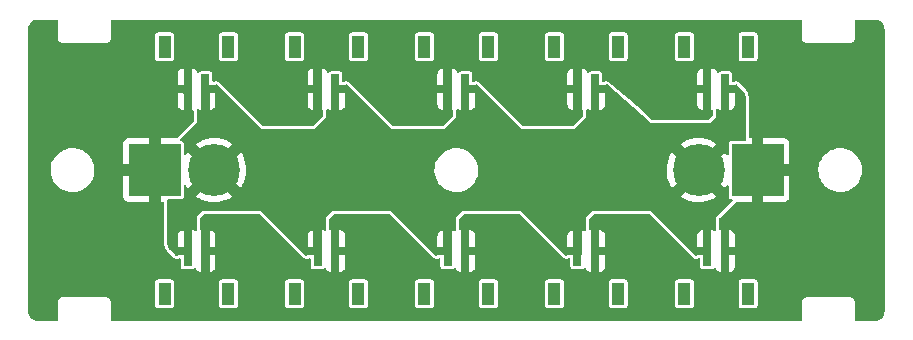
<source format=gbr>
%TF.GenerationSoftware,KiCad,Pcbnew,6.0.7-f9a2dced07~116~ubuntu20.04.1*%
%TF.CreationDate,2022-09-20T13:31:56+02:00*%
%TF.ProjectId,MateLightPowerSupplyPcb,4d617465-4c69-4676-9874-506f77657253,rev?*%
%TF.SameCoordinates,Original*%
%TF.FileFunction,Copper,L1,Top*%
%TF.FilePolarity,Positive*%
%FSLAX46Y46*%
G04 Gerber Fmt 4.6, Leading zero omitted, Abs format (unit mm)*
G04 Created by KiCad (PCBNEW 6.0.7-f9a2dced07~116~ubuntu20.04.1) date 2022-09-20 13:31:56*
%MOMM*%
%LPD*%
G01*
G04 APERTURE LIST*
%TA.AperFunction,SMDPad,CuDef*%
%ADD10R,0.700000X2.500000*%
%TD*%
%TA.AperFunction,SMDPad,CuDef*%
%ADD11R,1.100000X1.900000*%
%TD*%
%TA.AperFunction,ComponentPad*%
%ADD12R,4.400000X4.400000*%
%TD*%
%TA.AperFunction,ComponentPad*%
%ADD13C,4.400000*%
%TD*%
G04 APERTURE END LIST*
D10*
%TO.P,X10,1,Pin_1*%
%TO.N,+5V*%
X135750000Y-119850000D03*
%TO.P,X10,2,Pin_2*%
%TO.N,GND*%
X137250000Y-119850000D03*
D11*
%TO.P,X10,S1*%
%TO.N,N/C*%
X133800000Y-123450000D03*
%TO.P,X10,S2*%
X139200000Y-123450000D03*
%TD*%
D10*
%TO.P,X6,1,Pin_1*%
%TO.N,+5V*%
X148250000Y-106150000D03*
%TO.P,X6,2,Pin_2*%
%TO.N,GND*%
X146750000Y-106150000D03*
D11*
%TO.P,X6,S1*%
%TO.N,N/C*%
X150200000Y-102550000D03*
%TO.P,X6,S2*%
X144800000Y-102550000D03*
%TD*%
D10*
%TO.P,X5,1,Pin_1*%
%TO.N,+5V*%
X137250000Y-106150000D03*
%TO.P,X5,2,Pin_2*%
%TO.N,GND*%
X135750000Y-106150000D03*
D11*
%TO.P,X5,S1*%
%TO.N,N/C*%
X139200000Y-102550000D03*
%TO.P,X5,S2*%
X133800000Y-102550000D03*
%TD*%
D12*
%TO.P,X1,1,Pin_1*%
%TO.N,GND*%
X111000000Y-113000000D03*
D13*
%TO.P,X1,2,Pin_2*%
%TO.N,+5V*%
X116000000Y-113000000D03*
%TD*%
D12*
%TO.P,X2,1,Pin_1*%
%TO.N,GND*%
X162000000Y-113000000D03*
D13*
%TO.P,X2,2,Pin_2*%
%TO.N,+5V*%
X157000000Y-113000000D03*
%TD*%
D10*
%TO.P,X3,1,Pin_1*%
%TO.N,+5V*%
X115250000Y-106150000D03*
%TO.P,X3,2,Pin_2*%
%TO.N,GND*%
X113750000Y-106150000D03*
D11*
%TO.P,X3,S1*%
%TO.N,N/C*%
X117200000Y-102550000D03*
%TO.P,X3,S2*%
X111800000Y-102550000D03*
%TD*%
D10*
%TO.P,X7,1,Pin_1*%
%TO.N,+5V*%
X159250000Y-106150000D03*
%TO.P,X7,2,Pin_2*%
%TO.N,GND*%
X157750000Y-106150000D03*
D11*
%TO.P,X7,S1*%
%TO.N,N/C*%
X161200000Y-102550000D03*
%TO.P,X7,S2*%
X155800000Y-102550000D03*
%TD*%
D10*
%TO.P,X8,1,Pin_1*%
%TO.N,+5V*%
X113750000Y-119850000D03*
%TO.P,X8,2,Pin_2*%
%TO.N,GND*%
X115250000Y-119850000D03*
D11*
%TO.P,X8,S1*%
%TO.N,N/C*%
X111800000Y-123450000D03*
%TO.P,X8,S2*%
X117200000Y-123450000D03*
%TD*%
D10*
%TO.P,X4,1,Pin_1*%
%TO.N,+5V*%
X126250000Y-106150000D03*
%TO.P,X4,2,Pin_2*%
%TO.N,GND*%
X124750000Y-106150000D03*
D11*
%TO.P,X4,S1*%
%TO.N,N/C*%
X128200000Y-102550000D03*
%TO.P,X4,S2*%
X122800000Y-102550000D03*
%TD*%
D10*
%TO.P,X12,1,Pin_1*%
%TO.N,+5V*%
X157750000Y-119850000D03*
%TO.P,X12,2,Pin_2*%
%TO.N,GND*%
X159250000Y-119850000D03*
D11*
%TO.P,X12,S1*%
%TO.N,N/C*%
X155800000Y-123450000D03*
%TO.P,X12,S2*%
X161200000Y-123450000D03*
%TD*%
D10*
%TO.P,X11,1,Pin_1*%
%TO.N,+5V*%
X146750000Y-119850000D03*
%TO.P,X11,2,Pin_2*%
%TO.N,GND*%
X148250000Y-119850000D03*
D11*
%TO.P,X11,S1*%
%TO.N,N/C*%
X144800000Y-123450000D03*
%TO.P,X11,S2*%
X150200000Y-123450000D03*
%TD*%
D10*
%TO.P,X9,1,Pin_1*%
%TO.N,+5V*%
X124750000Y-119850000D03*
%TO.P,X9,2,Pin_2*%
%TO.N,GND*%
X126250000Y-119850000D03*
D11*
%TO.P,X9,S1*%
%TO.N,N/C*%
X122800000Y-123450000D03*
%TO.P,X9,S2*%
X128200000Y-123450000D03*
%TD*%
%TA.AperFunction,Conductor*%
%TO.N,+5V*%
G36*
X149242678Y-105719775D02*
G01*
X149255977Y-105727930D01*
X149279178Y-105744810D01*
X149286116Y-105750351D01*
X153000000Y-109000000D01*
X158000000Y-109000000D01*
X158500000Y-108500000D01*
X158500000Y-107922826D01*
X158518907Y-107864635D01*
X158568407Y-107828671D01*
X158629593Y-107828671D01*
X158646541Y-107835988D01*
X158664022Y-107845558D01*
X158785713Y-107891178D01*
X158797702Y-107894029D01*
X158850009Y-107899711D01*
X158855343Y-107900000D01*
X158884320Y-107900000D01*
X158897005Y-107895878D01*
X158900000Y-107891757D01*
X158900000Y-107884320D01*
X159600000Y-107884320D01*
X159604122Y-107897005D01*
X159608243Y-107900000D01*
X159644657Y-107900000D01*
X159649991Y-107899711D01*
X159702298Y-107894029D01*
X159714287Y-107891178D01*
X159835982Y-107845557D01*
X159848219Y-107838857D01*
X159951545Y-107761419D01*
X159961419Y-107751545D01*
X160038857Y-107648219D01*
X160045557Y-107635982D01*
X160091178Y-107514287D01*
X160094029Y-107502298D01*
X160099711Y-107449991D01*
X160100000Y-107444657D01*
X160100000Y-106515680D01*
X160095878Y-106502995D01*
X160091757Y-106500000D01*
X159615680Y-106500000D01*
X159602995Y-106504122D01*
X159600000Y-106508243D01*
X159600000Y-107884320D01*
X158900000Y-107884320D01*
X158900000Y-105899000D01*
X158918907Y-105840809D01*
X158968407Y-105804845D01*
X158999000Y-105800000D01*
X160084320Y-105800000D01*
X160097007Y-105795878D01*
X160109813Y-105778252D01*
X160159313Y-105742288D01*
X160220498Y-105742289D01*
X160252711Y-105759916D01*
X160289130Y-105789805D01*
X160296328Y-105796328D01*
X160703672Y-106203672D01*
X160710196Y-106210871D01*
X160825285Y-106351107D01*
X160836067Y-106367244D01*
X160919283Y-106522930D01*
X160926710Y-106540860D01*
X160977955Y-106709793D01*
X160981741Y-106728827D01*
X160999523Y-106909371D01*
X161000000Y-106919075D01*
X161000000Y-110450500D01*
X160981093Y-110508691D01*
X160931593Y-110544655D01*
X160901000Y-110549500D01*
X159775326Y-110549500D01*
X159702260Y-110564034D01*
X159619399Y-110619399D01*
X159564034Y-110702260D01*
X159549500Y-110775326D01*
X159549500Y-111643532D01*
X159530593Y-111701723D01*
X159481093Y-111737687D01*
X159419907Y-111737687D01*
X159370407Y-111701723D01*
X159365685Y-111694595D01*
X159241051Y-111487578D01*
X159231527Y-111479313D01*
X159223141Y-111483966D01*
X157718193Y-112988914D01*
X157712139Y-113000797D01*
X157712935Y-113005828D01*
X159219945Y-114512838D01*
X159231483Y-114518716D01*
X159238161Y-114512623D01*
X159366773Y-114308786D01*
X159413815Y-114269662D01*
X159474869Y-114265660D01*
X159526615Y-114298310D01*
X159549288Y-114355139D01*
X159549500Y-114361614D01*
X159549500Y-115224674D01*
X159564034Y-115297740D01*
X159619399Y-115380601D01*
X159702260Y-115435966D01*
X159775326Y-115450500D01*
X159810492Y-115450500D01*
X159868683Y-115469407D01*
X159904647Y-115518907D01*
X159904647Y-115580093D01*
X159880496Y-115619504D01*
X158500000Y-117000000D01*
X158500000Y-118077174D01*
X158481093Y-118135365D01*
X158431593Y-118171329D01*
X158370407Y-118171329D01*
X158353459Y-118164012D01*
X158335978Y-118154442D01*
X158214287Y-118108822D01*
X158202298Y-118105971D01*
X158149991Y-118100289D01*
X158144657Y-118100000D01*
X158115680Y-118100000D01*
X158102995Y-118104122D01*
X158100000Y-118108243D01*
X158100000Y-120101000D01*
X158081093Y-120159191D01*
X158031593Y-120195155D01*
X158001000Y-120200000D01*
X156915680Y-120200000D01*
X156902993Y-120204122D01*
X156890187Y-120221748D01*
X156840687Y-120257712D01*
X156779502Y-120257711D01*
X156747289Y-120240084D01*
X156710870Y-120210195D01*
X156703672Y-120203672D01*
X155984320Y-119484320D01*
X156900000Y-119484320D01*
X156904122Y-119497005D01*
X156908243Y-119500000D01*
X157384320Y-119500000D01*
X157397005Y-119495878D01*
X157400000Y-119491757D01*
X157400000Y-118115680D01*
X157395878Y-118102995D01*
X157391757Y-118100000D01*
X157355343Y-118100000D01*
X157350009Y-118100289D01*
X157297702Y-118105971D01*
X157285713Y-118108822D01*
X157164018Y-118154443D01*
X157151781Y-118161143D01*
X157048455Y-118238581D01*
X157038581Y-118248455D01*
X156961143Y-118351781D01*
X156954443Y-118364018D01*
X156908822Y-118485713D01*
X156905971Y-118497702D01*
X156900289Y-118550009D01*
X156900000Y-118555343D01*
X156900000Y-119484320D01*
X155984320Y-119484320D01*
X153000000Y-116500000D01*
X148000000Y-116500000D01*
X147500000Y-117000000D01*
X147500000Y-118077174D01*
X147481093Y-118135365D01*
X147431593Y-118171329D01*
X147370407Y-118171329D01*
X147353459Y-118164012D01*
X147335978Y-118154442D01*
X147214287Y-118108822D01*
X147202298Y-118105971D01*
X147149991Y-118100289D01*
X147144657Y-118100000D01*
X147115680Y-118100000D01*
X147102995Y-118104122D01*
X147100000Y-118108243D01*
X147100000Y-120101000D01*
X147081093Y-120159191D01*
X147031593Y-120195155D01*
X147001000Y-120200000D01*
X145915680Y-120200000D01*
X145902993Y-120204122D01*
X145890187Y-120221748D01*
X145840687Y-120257712D01*
X145779502Y-120257711D01*
X145747289Y-120240084D01*
X145710870Y-120210195D01*
X145703672Y-120203672D01*
X144984320Y-119484320D01*
X145900000Y-119484320D01*
X145904122Y-119497005D01*
X145908243Y-119500000D01*
X146384320Y-119500000D01*
X146397005Y-119495878D01*
X146400000Y-119491757D01*
X146400000Y-118115680D01*
X146395878Y-118102995D01*
X146391757Y-118100000D01*
X146355343Y-118100000D01*
X146350009Y-118100289D01*
X146297702Y-118105971D01*
X146285713Y-118108822D01*
X146164018Y-118154443D01*
X146151781Y-118161143D01*
X146048455Y-118238581D01*
X146038581Y-118248455D01*
X145961143Y-118351781D01*
X145954443Y-118364018D01*
X145908822Y-118485713D01*
X145905971Y-118497702D01*
X145900289Y-118550009D01*
X145900000Y-118555343D01*
X145900000Y-119484320D01*
X144984320Y-119484320D01*
X142000000Y-116500000D01*
X137000000Y-116500000D01*
X136500000Y-117000000D01*
X136500000Y-118077174D01*
X136481093Y-118135365D01*
X136431593Y-118171329D01*
X136370407Y-118171329D01*
X136353459Y-118164012D01*
X136335978Y-118154442D01*
X136214287Y-118108822D01*
X136202298Y-118105971D01*
X136149991Y-118100289D01*
X136144657Y-118100000D01*
X136115680Y-118100000D01*
X136102995Y-118104122D01*
X136100000Y-118108243D01*
X136100000Y-120101000D01*
X136081093Y-120159191D01*
X136031593Y-120195155D01*
X136001000Y-120200000D01*
X134915680Y-120200000D01*
X134902993Y-120204122D01*
X134890187Y-120221748D01*
X134840687Y-120257712D01*
X134779502Y-120257711D01*
X134747289Y-120240084D01*
X134710870Y-120210195D01*
X134703672Y-120203672D01*
X133984320Y-119484320D01*
X134900000Y-119484320D01*
X134904122Y-119497005D01*
X134908243Y-119500000D01*
X135384320Y-119500000D01*
X135397005Y-119495878D01*
X135400000Y-119491757D01*
X135400000Y-118115680D01*
X135395878Y-118102995D01*
X135391757Y-118100000D01*
X135355343Y-118100000D01*
X135350009Y-118100289D01*
X135297702Y-118105971D01*
X135285713Y-118108822D01*
X135164018Y-118154443D01*
X135151781Y-118161143D01*
X135048455Y-118238581D01*
X135038581Y-118248455D01*
X134961143Y-118351781D01*
X134954443Y-118364018D01*
X134908822Y-118485713D01*
X134905971Y-118497702D01*
X134900289Y-118550009D01*
X134900000Y-118555343D01*
X134900000Y-119484320D01*
X133984320Y-119484320D01*
X131000000Y-116500000D01*
X126000000Y-116500000D01*
X125500000Y-117000000D01*
X125500000Y-118077174D01*
X125481093Y-118135365D01*
X125431593Y-118171329D01*
X125370407Y-118171329D01*
X125353459Y-118164012D01*
X125335978Y-118154442D01*
X125214287Y-118108822D01*
X125202298Y-118105971D01*
X125149991Y-118100289D01*
X125144657Y-118100000D01*
X125115680Y-118100000D01*
X125102995Y-118104122D01*
X125100000Y-118108243D01*
X125100000Y-120101000D01*
X125081093Y-120159191D01*
X125031593Y-120195155D01*
X125001000Y-120200000D01*
X123915680Y-120200000D01*
X123902993Y-120204122D01*
X123890187Y-120221748D01*
X123840687Y-120257712D01*
X123779502Y-120257711D01*
X123747289Y-120240084D01*
X123710870Y-120210195D01*
X123703672Y-120203672D01*
X122984320Y-119484320D01*
X123900000Y-119484320D01*
X123904122Y-119497005D01*
X123908243Y-119500000D01*
X124384320Y-119500000D01*
X124397005Y-119495878D01*
X124400000Y-119491757D01*
X124400000Y-118115680D01*
X124395878Y-118102995D01*
X124391757Y-118100000D01*
X124355343Y-118100000D01*
X124350009Y-118100289D01*
X124297702Y-118105971D01*
X124285713Y-118108822D01*
X124164018Y-118154443D01*
X124151781Y-118161143D01*
X124048455Y-118238581D01*
X124038581Y-118248455D01*
X123961143Y-118351781D01*
X123954443Y-118364018D01*
X123908822Y-118485713D01*
X123905971Y-118497702D01*
X123900289Y-118550009D01*
X123900000Y-118555343D01*
X123900000Y-119484320D01*
X122984320Y-119484320D01*
X120000000Y-116500000D01*
X115000000Y-116500000D01*
X114500000Y-117000000D01*
X114500000Y-118077174D01*
X114481093Y-118135365D01*
X114431593Y-118171329D01*
X114370407Y-118171329D01*
X114353459Y-118164012D01*
X114335978Y-118154442D01*
X114214287Y-118108822D01*
X114202298Y-118105971D01*
X114149991Y-118100289D01*
X114144657Y-118100000D01*
X114115680Y-118100000D01*
X114102995Y-118104122D01*
X114100000Y-118108243D01*
X114100000Y-120101000D01*
X114081093Y-120159191D01*
X114031593Y-120195155D01*
X114001000Y-120200000D01*
X112915680Y-120200000D01*
X112902993Y-120204122D01*
X112890187Y-120221748D01*
X112840687Y-120257712D01*
X112779502Y-120257711D01*
X112747289Y-120240084D01*
X112710870Y-120210195D01*
X112703672Y-120203672D01*
X112296328Y-119796328D01*
X112289804Y-119789129D01*
X112174715Y-119648893D01*
X112163933Y-119632756D01*
X112084592Y-119484320D01*
X112900000Y-119484320D01*
X112904122Y-119497005D01*
X112908243Y-119500000D01*
X113384320Y-119500000D01*
X113397005Y-119495878D01*
X113400000Y-119491757D01*
X113400000Y-118115680D01*
X113395878Y-118102995D01*
X113391757Y-118100000D01*
X113355343Y-118100000D01*
X113350009Y-118100289D01*
X113297702Y-118105971D01*
X113285713Y-118108822D01*
X113164018Y-118154443D01*
X113151781Y-118161143D01*
X113048455Y-118238581D01*
X113038581Y-118248455D01*
X112961143Y-118351781D01*
X112954443Y-118364018D01*
X112908822Y-118485713D01*
X112905971Y-118497702D01*
X112900289Y-118550009D01*
X112900000Y-118555343D01*
X112900000Y-119484320D01*
X112084592Y-119484320D01*
X112080717Y-119477070D01*
X112073290Y-119459140D01*
X112022045Y-119290207D01*
X112018259Y-119271173D01*
X112000477Y-119090629D01*
X112000000Y-119080925D01*
X112000000Y-115549500D01*
X112018907Y-115491309D01*
X112068407Y-115455345D01*
X112099000Y-115450500D01*
X113224674Y-115450500D01*
X113297740Y-115435966D01*
X113380601Y-115380601D01*
X113435966Y-115297740D01*
X113449081Y-115231808D01*
X114480921Y-115231808D01*
X114487127Y-115238574D01*
X114706791Y-115375568D01*
X114712012Y-115378402D01*
X115001551Y-115513725D01*
X115007079Y-115515913D01*
X115310758Y-115615464D01*
X115316531Y-115616979D01*
X115629980Y-115679329D01*
X115635865Y-115680135D01*
X115954539Y-115704375D01*
X115960494Y-115704468D01*
X116279768Y-115690250D01*
X116285678Y-115689628D01*
X116600938Y-115637155D01*
X116606742Y-115635825D01*
X116913394Y-115545863D01*
X116919013Y-115543840D01*
X117212628Y-115417694D01*
X117217962Y-115415011D01*
X117494309Y-115254496D01*
X117499267Y-115251202D01*
X117512297Y-115241365D01*
X117518976Y-115231808D01*
X155480921Y-115231808D01*
X155487127Y-115238574D01*
X155706791Y-115375568D01*
X155712012Y-115378402D01*
X156001551Y-115513725D01*
X156007079Y-115515913D01*
X156310758Y-115615464D01*
X156316531Y-115616979D01*
X156629980Y-115679329D01*
X156635865Y-115680135D01*
X156954539Y-115704375D01*
X156960494Y-115704468D01*
X157279768Y-115690250D01*
X157285678Y-115689628D01*
X157600938Y-115637155D01*
X157606742Y-115635825D01*
X157913394Y-115545863D01*
X157919013Y-115543840D01*
X158212628Y-115417694D01*
X158217962Y-115415011D01*
X158494309Y-115254496D01*
X158499267Y-115251202D01*
X158512297Y-115241365D01*
X158519938Y-115230432D01*
X158519909Y-115228846D01*
X158516853Y-115223960D01*
X157011086Y-113718193D01*
X156999203Y-113712139D01*
X156994172Y-113712935D01*
X155486761Y-115220346D01*
X155480921Y-115231808D01*
X117518976Y-115231808D01*
X117519938Y-115230432D01*
X117519909Y-115228846D01*
X117516853Y-115223960D01*
X116011086Y-113718193D01*
X115999203Y-113712139D01*
X115994172Y-113712935D01*
X114486761Y-115220346D01*
X114480921Y-115231808D01*
X113449081Y-115231808D01*
X113450500Y-115224674D01*
X113450500Y-114354666D01*
X113469407Y-114296475D01*
X113518907Y-114260511D01*
X113580093Y-114260511D01*
X113629593Y-114296475D01*
X113634845Y-114304494D01*
X113753361Y-114506096D01*
X113756677Y-114511030D01*
X113758066Y-114512850D01*
X113769038Y-114520434D01*
X113770763Y-114520393D01*
X113775445Y-114517448D01*
X115281807Y-113011086D01*
X115287049Y-113000797D01*
X116712139Y-113000797D01*
X116712935Y-113005828D01*
X118219945Y-114512838D01*
X118231483Y-114518716D01*
X118238161Y-114512623D01*
X118368763Y-114305631D01*
X118371628Y-114300420D01*
X118508462Y-114011600D01*
X118510681Y-114006079D01*
X118611823Y-113702918D01*
X118613364Y-113697169D01*
X118677353Y-113384053D01*
X118678192Y-113378156D01*
X118704200Y-113058399D01*
X118704360Y-113054899D01*
X118704494Y-113042095D01*
X134645028Y-113042095D01*
X134645368Y-113045657D01*
X134645368Y-113045664D01*
X134670193Y-113305861D01*
X134670534Y-113309431D01*
X134734364Y-113570285D01*
X134835182Y-113819192D01*
X134836993Y-113822285D01*
X134836994Y-113822287D01*
X134927773Y-113977325D01*
X134970875Y-114050938D01*
X135138601Y-114260669D01*
X135334846Y-114443991D01*
X135555499Y-114597064D01*
X135677066Y-114657542D01*
X135792723Y-114715081D01*
X135792728Y-114715083D01*
X135795938Y-114716680D01*
X135799349Y-114717798D01*
X135799351Y-114717799D01*
X136047721Y-114799219D01*
X136047724Y-114799220D01*
X136051126Y-114800335D01*
X136315717Y-114846276D01*
X136364761Y-114848717D01*
X136399335Y-114850439D01*
X136399348Y-114850439D01*
X136400567Y-114850500D01*
X136568223Y-114850500D01*
X136767846Y-114836016D01*
X137030080Y-114778120D01*
X137033429Y-114776851D01*
X137033433Y-114776850D01*
X137135087Y-114738337D01*
X137281211Y-114682975D01*
X137435879Y-114597064D01*
X137512837Y-114554318D01*
X137512841Y-114554315D01*
X137515976Y-114552574D01*
X137558144Y-114520393D01*
X137726607Y-114391826D01*
X137726609Y-114391825D01*
X137729458Y-114389650D01*
X137917185Y-114197614D01*
X138075225Y-113980491D01*
X138200265Y-113742828D01*
X138289688Y-113489603D01*
X138325904Y-113305861D01*
X138340925Y-113229648D01*
X138341620Y-113226122D01*
X138354138Y-112974654D01*
X154295361Y-112974654D01*
X154311252Y-113293847D01*
X154311905Y-113299765D01*
X154366026Y-113614732D01*
X154367388Y-113620536D01*
X154458957Y-113926721D01*
X154461003Y-113932312D01*
X154588689Y-114225271D01*
X154591399Y-114230591D01*
X154753361Y-114506096D01*
X154756677Y-114511030D01*
X154758066Y-114512850D01*
X154769038Y-114520434D01*
X154770763Y-114520393D01*
X154775445Y-114517448D01*
X156281807Y-113011086D01*
X156287861Y-112999203D01*
X156287065Y-112994172D01*
X154779199Y-111486306D01*
X154767813Y-111480505D01*
X154760962Y-111486820D01*
X154617695Y-111719243D01*
X154614881Y-111724492D01*
X154481088Y-112014714D01*
X154478919Y-112020276D01*
X154380960Y-112324473D01*
X154379481Y-112330230D01*
X154318770Y-112644019D01*
X154317996Y-112649899D01*
X154295424Y-112968698D01*
X154295361Y-112974654D01*
X138354138Y-112974654D01*
X138354972Y-112957905D01*
X138354632Y-112954343D01*
X138354632Y-112954336D01*
X138329807Y-112694139D01*
X138329806Y-112694134D01*
X138329466Y-112690569D01*
X138265636Y-112429715D01*
X138164818Y-112180808D01*
X138029125Y-111949062D01*
X137861399Y-111739331D01*
X137665154Y-111556009D01*
X137444501Y-111402936D01*
X137271812Y-111317025D01*
X137207277Y-111284919D01*
X137207272Y-111284917D01*
X137204062Y-111283320D01*
X137020515Y-111223150D01*
X136952279Y-111200781D01*
X136952276Y-111200780D01*
X136948874Y-111199665D01*
X136684283Y-111153724D01*
X136635239Y-111151283D01*
X136600665Y-111149561D01*
X136600652Y-111149561D01*
X136599433Y-111149500D01*
X136431777Y-111149500D01*
X136232154Y-111163984D01*
X135969920Y-111221880D01*
X135966571Y-111223149D01*
X135966567Y-111223150D01*
X135864913Y-111261663D01*
X135718789Y-111317025D01*
X135588411Y-111389444D01*
X135487163Y-111445682D01*
X135487159Y-111445685D01*
X135484024Y-111447426D01*
X135481174Y-111449601D01*
X135481171Y-111449603D01*
X135273393Y-111608174D01*
X135270542Y-111610350D01*
X135082815Y-111802386D01*
X134924775Y-112019509D01*
X134923111Y-112022672D01*
X134923109Y-112022675D01*
X134841540Y-112177713D01*
X134799735Y-112257172D01*
X134710312Y-112510397D01*
X134709618Y-112513919D01*
X134709617Y-112513922D01*
X134664479Y-112742934D01*
X134658380Y-112773878D01*
X134645028Y-113042095D01*
X118704494Y-113042095D01*
X118704917Y-113001726D01*
X118704831Y-112998277D01*
X118685523Y-112678004D01*
X118684809Y-112672110D01*
X118627391Y-112357719D01*
X118625971Y-112351936D01*
X118531199Y-112046720D01*
X118529094Y-112041150D01*
X118398343Y-111749534D01*
X118395588Y-111744264D01*
X118241051Y-111487578D01*
X118231527Y-111479313D01*
X118223141Y-111483966D01*
X116718193Y-112988914D01*
X116712139Y-113000797D01*
X115287049Y-113000797D01*
X115287861Y-112999203D01*
X115287065Y-112994172D01*
X113779199Y-111486306D01*
X113767813Y-111480505D01*
X113760962Y-111486820D01*
X113633776Y-111693155D01*
X113587146Y-111732770D01*
X113526137Y-111737411D01*
X113474052Y-111705305D01*
X113450785Y-111648716D01*
X113450500Y-111641207D01*
X113450500Y-110775326D01*
X113449134Y-110768457D01*
X114479018Y-110768457D01*
X114479071Y-110770319D01*
X114481905Y-110774798D01*
X115988914Y-112281807D01*
X116000797Y-112287861D01*
X116005828Y-112287065D01*
X117514204Y-110778689D01*
X117519417Y-110768457D01*
X155479018Y-110768457D01*
X155479071Y-110770319D01*
X155481905Y-110774798D01*
X156988914Y-112281807D01*
X157000797Y-112287861D01*
X157005828Y-112287065D01*
X158514204Y-110778689D01*
X158519966Y-110767379D01*
X158513539Y-110760444D01*
X158268275Y-110611028D01*
X158263000Y-110608235D01*
X157972081Y-110475962D01*
X157966513Y-110473825D01*
X157661808Y-110377459D01*
X157656033Y-110376008D01*
X157341949Y-110316945D01*
X157336040Y-110316199D01*
X157017146Y-110295298D01*
X157011175Y-110295266D01*
X156692078Y-110312827D01*
X156686171Y-110313511D01*
X156371487Y-110369282D01*
X156365683Y-110370675D01*
X156059994Y-110463842D01*
X156054404Y-110465920D01*
X155762115Y-110595140D01*
X155756815Y-110597876D01*
X155485133Y-110759510D01*
X155479018Y-110768457D01*
X117519417Y-110768457D01*
X117519966Y-110767379D01*
X117513539Y-110760444D01*
X117268275Y-110611028D01*
X117263000Y-110608235D01*
X116972081Y-110475962D01*
X116966513Y-110473825D01*
X116661808Y-110377459D01*
X116656033Y-110376008D01*
X116341949Y-110316945D01*
X116336040Y-110316199D01*
X116017146Y-110295298D01*
X116011175Y-110295266D01*
X115692078Y-110312827D01*
X115686171Y-110313511D01*
X115371487Y-110369282D01*
X115365683Y-110370675D01*
X115059994Y-110463842D01*
X115054404Y-110465920D01*
X114762115Y-110595140D01*
X114756815Y-110597876D01*
X114485133Y-110759510D01*
X114479018Y-110768457D01*
X113449134Y-110768457D01*
X113435966Y-110702260D01*
X113380601Y-110619399D01*
X113297740Y-110564034D01*
X113224674Y-110549500D01*
X113189508Y-110549500D01*
X113131317Y-110530593D01*
X113095353Y-110481093D01*
X113095353Y-110419907D01*
X113119504Y-110380496D01*
X114500000Y-109000000D01*
X114500000Y-107922826D01*
X114518907Y-107864635D01*
X114568407Y-107828671D01*
X114629593Y-107828671D01*
X114646541Y-107835988D01*
X114664022Y-107845558D01*
X114785713Y-107891178D01*
X114797702Y-107894029D01*
X114850009Y-107899711D01*
X114855343Y-107900000D01*
X114884320Y-107900000D01*
X114897005Y-107895878D01*
X114900000Y-107891757D01*
X114900000Y-107884320D01*
X115600000Y-107884320D01*
X115604122Y-107897005D01*
X115608243Y-107900000D01*
X115644657Y-107900000D01*
X115649991Y-107899711D01*
X115702298Y-107894029D01*
X115714287Y-107891178D01*
X115835982Y-107845557D01*
X115848219Y-107838857D01*
X115951545Y-107761419D01*
X115961419Y-107751545D01*
X116038857Y-107648219D01*
X116045557Y-107635982D01*
X116091178Y-107514287D01*
X116094029Y-107502298D01*
X116099711Y-107449991D01*
X116100000Y-107444657D01*
X116100000Y-106515680D01*
X116095878Y-106502995D01*
X116091757Y-106500000D01*
X115615680Y-106500000D01*
X115602995Y-106504122D01*
X115600000Y-106508243D01*
X115600000Y-107884320D01*
X114900000Y-107884320D01*
X114900000Y-105899000D01*
X114918907Y-105840809D01*
X114968407Y-105804845D01*
X114999000Y-105800000D01*
X116084320Y-105800000D01*
X116097007Y-105795878D01*
X116109813Y-105778252D01*
X116159313Y-105742288D01*
X116220498Y-105742289D01*
X116252711Y-105759916D01*
X116289130Y-105789805D01*
X116296328Y-105796328D01*
X120000000Y-109500000D01*
X124500000Y-109500000D01*
X125500000Y-108500000D01*
X125500000Y-107922826D01*
X125518907Y-107864635D01*
X125568407Y-107828671D01*
X125629593Y-107828671D01*
X125646541Y-107835988D01*
X125664022Y-107845558D01*
X125785713Y-107891178D01*
X125797702Y-107894029D01*
X125850009Y-107899711D01*
X125855343Y-107900000D01*
X125884320Y-107900000D01*
X125897005Y-107895878D01*
X125900000Y-107891757D01*
X125900000Y-107884320D01*
X126600000Y-107884320D01*
X126604122Y-107897005D01*
X126608243Y-107900000D01*
X126644657Y-107900000D01*
X126649991Y-107899711D01*
X126702298Y-107894029D01*
X126714287Y-107891178D01*
X126835982Y-107845557D01*
X126848219Y-107838857D01*
X126951545Y-107761419D01*
X126961419Y-107751545D01*
X127038857Y-107648219D01*
X127045557Y-107635982D01*
X127091178Y-107514287D01*
X127094029Y-107502298D01*
X127099711Y-107449991D01*
X127100000Y-107444657D01*
X127100000Y-106515680D01*
X127095878Y-106502995D01*
X127091757Y-106500000D01*
X126615680Y-106500000D01*
X126602995Y-106504122D01*
X126600000Y-106508243D01*
X126600000Y-107884320D01*
X125900000Y-107884320D01*
X125900000Y-105899000D01*
X125918907Y-105840809D01*
X125968407Y-105804845D01*
X125999000Y-105800000D01*
X127084320Y-105800000D01*
X127097007Y-105795878D01*
X127109813Y-105778252D01*
X127159313Y-105742288D01*
X127220498Y-105742289D01*
X127252711Y-105759916D01*
X127289130Y-105789805D01*
X127296328Y-105796328D01*
X131000000Y-109500000D01*
X135500000Y-109500000D01*
X136500000Y-108500000D01*
X136500000Y-107922826D01*
X136518907Y-107864635D01*
X136568407Y-107828671D01*
X136629593Y-107828671D01*
X136646541Y-107835988D01*
X136664022Y-107845558D01*
X136785713Y-107891178D01*
X136797702Y-107894029D01*
X136850009Y-107899711D01*
X136855343Y-107900000D01*
X136884320Y-107900000D01*
X136897005Y-107895878D01*
X136900000Y-107891757D01*
X136900000Y-107884320D01*
X137600000Y-107884320D01*
X137604122Y-107897005D01*
X137608243Y-107900000D01*
X137644657Y-107900000D01*
X137649991Y-107899711D01*
X137702298Y-107894029D01*
X137714287Y-107891178D01*
X137835982Y-107845557D01*
X137848219Y-107838857D01*
X137951545Y-107761419D01*
X137961419Y-107751545D01*
X138038857Y-107648219D01*
X138045557Y-107635982D01*
X138091178Y-107514287D01*
X138094029Y-107502298D01*
X138099711Y-107449991D01*
X138100000Y-107444657D01*
X138100000Y-106515680D01*
X138095878Y-106502995D01*
X138091757Y-106500000D01*
X137615680Y-106500000D01*
X137602995Y-106504122D01*
X137600000Y-106508243D01*
X137600000Y-107884320D01*
X136900000Y-107884320D01*
X136900000Y-105899000D01*
X136918907Y-105840809D01*
X136968407Y-105804845D01*
X136999000Y-105800000D01*
X138084320Y-105800000D01*
X138097007Y-105795878D01*
X138109813Y-105778252D01*
X138159313Y-105742288D01*
X138220498Y-105742289D01*
X138252711Y-105759916D01*
X138289130Y-105789805D01*
X138296328Y-105796328D01*
X142000000Y-109500000D01*
X146500000Y-109500000D01*
X147500000Y-108500000D01*
X147500000Y-107922826D01*
X147518907Y-107864635D01*
X147568407Y-107828671D01*
X147629593Y-107828671D01*
X147646541Y-107835988D01*
X147664022Y-107845558D01*
X147785713Y-107891178D01*
X147797702Y-107894029D01*
X147850009Y-107899711D01*
X147855343Y-107900000D01*
X147884320Y-107900000D01*
X147897005Y-107895878D01*
X147900000Y-107891757D01*
X147900000Y-107884320D01*
X148600000Y-107884320D01*
X148604122Y-107897005D01*
X148608243Y-107900000D01*
X148644657Y-107900000D01*
X148649991Y-107899711D01*
X148702298Y-107894029D01*
X148714287Y-107891178D01*
X148835982Y-107845557D01*
X148848219Y-107838857D01*
X148951545Y-107761419D01*
X148961419Y-107751545D01*
X149038857Y-107648219D01*
X149045557Y-107635982D01*
X149091178Y-107514287D01*
X149094029Y-107502298D01*
X149099711Y-107449991D01*
X149100000Y-107444657D01*
X149100000Y-106515680D01*
X149095878Y-106502995D01*
X149091757Y-106500000D01*
X148615680Y-106500000D01*
X148602995Y-106504122D01*
X148600000Y-106508243D01*
X148600000Y-107884320D01*
X147900000Y-107884320D01*
X147900000Y-105899000D01*
X147918907Y-105840809D01*
X147968407Y-105804845D01*
X147999000Y-105800000D01*
X149084320Y-105800000D01*
X149097005Y-105795878D01*
X149101114Y-105790223D01*
X149127730Y-105737984D01*
X149182245Y-105710205D01*
X149242678Y-105719775D01*
G37*
%TD.AperFunction*%
%TD*%
%TA.AperFunction,Conductor*%
%TO.N,GND*%
G36*
X102708691Y-100269407D02*
G01*
X102744655Y-100318907D01*
X102749500Y-100349500D01*
X102749500Y-101715574D01*
X102747598Y-101734888D01*
X102744592Y-101750000D01*
X102746495Y-101759566D01*
X102747793Y-101766092D01*
X102749074Y-101774324D01*
X102758961Y-101862076D01*
X102796212Y-101968533D01*
X102799171Y-101973242D01*
X102853258Y-102059323D01*
X102853262Y-102059328D01*
X102856217Y-102064031D01*
X102935969Y-102143783D01*
X102940672Y-102146738D01*
X102940677Y-102146742D01*
X103012388Y-102191800D01*
X103031467Y-102203788D01*
X103036717Y-102205625D01*
X103036719Y-102205626D01*
X103062975Y-102214813D01*
X103137924Y-102241039D01*
X103191675Y-102247095D01*
X103225676Y-102250926D01*
X103233908Y-102252207D01*
X103240434Y-102253505D01*
X103250000Y-102255408D01*
X103259562Y-102253506D01*
X103259563Y-102253506D01*
X103265112Y-102252402D01*
X103284426Y-102250500D01*
X106715574Y-102250500D01*
X106734888Y-102252402D01*
X106740437Y-102253506D01*
X106740438Y-102253506D01*
X106750000Y-102255408D01*
X106759566Y-102253505D01*
X106766092Y-102252207D01*
X106774324Y-102250926D01*
X106808325Y-102247095D01*
X106862076Y-102241039D01*
X106937025Y-102214813D01*
X106963281Y-102205626D01*
X106963283Y-102205625D01*
X106968533Y-102203788D01*
X106987612Y-102191800D01*
X107059323Y-102146742D01*
X107059328Y-102146738D01*
X107064031Y-102143783D01*
X107143783Y-102064031D01*
X107146738Y-102059328D01*
X107146742Y-102059323D01*
X107200829Y-101973242D01*
X107203788Y-101968533D01*
X107241039Y-101862076D01*
X107250926Y-101774324D01*
X107252207Y-101766092D01*
X107253505Y-101759566D01*
X107255408Y-101750000D01*
X107252402Y-101734888D01*
X107250500Y-101715574D01*
X107250500Y-100349500D01*
X107269407Y-100291309D01*
X107318907Y-100255345D01*
X107349500Y-100250500D01*
X165650500Y-100250500D01*
X165708691Y-100269407D01*
X165744655Y-100318907D01*
X165749500Y-100349500D01*
X165749500Y-101715574D01*
X165747598Y-101734888D01*
X165744592Y-101750000D01*
X165746495Y-101759566D01*
X165747793Y-101766092D01*
X165749074Y-101774324D01*
X165758961Y-101862076D01*
X165796212Y-101968533D01*
X165799171Y-101973242D01*
X165853258Y-102059323D01*
X165853262Y-102059328D01*
X165856217Y-102064031D01*
X165935969Y-102143783D01*
X165940672Y-102146738D01*
X165940677Y-102146742D01*
X166012388Y-102191800D01*
X166031467Y-102203788D01*
X166036717Y-102205625D01*
X166036719Y-102205626D01*
X166062975Y-102214813D01*
X166137924Y-102241039D01*
X166191675Y-102247095D01*
X166225676Y-102250926D01*
X166233908Y-102252207D01*
X166240434Y-102253505D01*
X166250000Y-102255408D01*
X166259562Y-102253506D01*
X166259563Y-102253506D01*
X166265112Y-102252402D01*
X166284426Y-102250500D01*
X169715574Y-102250500D01*
X169734888Y-102252402D01*
X169740437Y-102253506D01*
X169740438Y-102253506D01*
X169750000Y-102255408D01*
X169759566Y-102253505D01*
X169766092Y-102252207D01*
X169774324Y-102250926D01*
X169808325Y-102247095D01*
X169862076Y-102241039D01*
X169937025Y-102214813D01*
X169963281Y-102205626D01*
X169963283Y-102205625D01*
X169968533Y-102203788D01*
X169987612Y-102191800D01*
X170059323Y-102146742D01*
X170059328Y-102146738D01*
X170064031Y-102143783D01*
X170143783Y-102064031D01*
X170146738Y-102059328D01*
X170146742Y-102059323D01*
X170200829Y-101973242D01*
X170203788Y-101968533D01*
X170241039Y-101862076D01*
X170250926Y-101774324D01*
X170252207Y-101766092D01*
X170253505Y-101759566D01*
X170255408Y-101750000D01*
X170252402Y-101734888D01*
X170250500Y-101715574D01*
X170250500Y-100349500D01*
X170269407Y-100291309D01*
X170318907Y-100255345D01*
X170349500Y-100250500D01*
X171965574Y-100250500D01*
X171984888Y-100252402D01*
X171990437Y-100253506D01*
X171990438Y-100253506D01*
X172000000Y-100255408D01*
X172009564Y-100253505D01*
X172019313Y-100253505D01*
X172019313Y-100254144D01*
X172031118Y-100253565D01*
X172114907Y-100261817D01*
X172136516Y-100263945D01*
X172155546Y-100267730D01*
X172277490Y-100304722D01*
X172295419Y-100312148D01*
X172407805Y-100372220D01*
X172423940Y-100383002D01*
X172522439Y-100463837D01*
X172536163Y-100477561D01*
X172616998Y-100576060D01*
X172627780Y-100592195D01*
X172687852Y-100704581D01*
X172695278Y-100722510D01*
X172732270Y-100844454D01*
X172736055Y-100863485D01*
X172746435Y-100968882D01*
X172745856Y-100980687D01*
X172746495Y-100980687D01*
X172746495Y-100990436D01*
X172744592Y-101000000D01*
X172746494Y-101009562D01*
X172746494Y-101009563D01*
X172747598Y-101015112D01*
X172749500Y-101034426D01*
X172749500Y-124965574D01*
X172747598Y-124984888D01*
X172744592Y-125000000D01*
X172746495Y-125009564D01*
X172746495Y-125019313D01*
X172745856Y-125019313D01*
X172746435Y-125031118D01*
X172736055Y-125136515D01*
X172732270Y-125155546D01*
X172719930Y-125196226D01*
X172695279Y-125277489D01*
X172687852Y-125295419D01*
X172627780Y-125407805D01*
X172616998Y-125423940D01*
X172536163Y-125522439D01*
X172522439Y-125536163D01*
X172423940Y-125616998D01*
X172407805Y-125627780D01*
X172295419Y-125687852D01*
X172277490Y-125695278D01*
X172155546Y-125732270D01*
X172136516Y-125736055D01*
X172114907Y-125738183D01*
X172031118Y-125746435D01*
X172019313Y-125745856D01*
X172019313Y-125746495D01*
X172009564Y-125746495D01*
X172000000Y-125744592D01*
X171990438Y-125746494D01*
X171990437Y-125746494D01*
X171984888Y-125747598D01*
X171965574Y-125749500D01*
X170349500Y-125749500D01*
X170291309Y-125730593D01*
X170255345Y-125681093D01*
X170250500Y-125650500D01*
X170250500Y-124284426D01*
X170252402Y-124265112D01*
X170253506Y-124259563D01*
X170253506Y-124259562D01*
X170255408Y-124250000D01*
X170252207Y-124233908D01*
X170250926Y-124225676D01*
X170241661Y-124143446D01*
X170241039Y-124137924D01*
X170203788Y-124031467D01*
X170191800Y-124012388D01*
X170146742Y-123940677D01*
X170146738Y-123940672D01*
X170143783Y-123935969D01*
X170064031Y-123856217D01*
X170059328Y-123853262D01*
X170059323Y-123853258D01*
X169973242Y-123799171D01*
X169968533Y-123796212D01*
X169963283Y-123794375D01*
X169963281Y-123794374D01*
X169937025Y-123785187D01*
X169862076Y-123758961D01*
X169808325Y-123752905D01*
X169774324Y-123749074D01*
X169766092Y-123747793D01*
X169759566Y-123746495D01*
X169750000Y-123744592D01*
X169740438Y-123746494D01*
X169740437Y-123746494D01*
X169734888Y-123747598D01*
X169715574Y-123749500D01*
X166284426Y-123749500D01*
X166265112Y-123747598D01*
X166259563Y-123746494D01*
X166259562Y-123746494D01*
X166250000Y-123744592D01*
X166240434Y-123746495D01*
X166233908Y-123747793D01*
X166225676Y-123749074D01*
X166191675Y-123752905D01*
X166137924Y-123758961D01*
X166062975Y-123785187D01*
X166036719Y-123794374D01*
X166036717Y-123794375D01*
X166031467Y-123796212D01*
X166026758Y-123799171D01*
X165940677Y-123853258D01*
X165940672Y-123853262D01*
X165935969Y-123856217D01*
X165856217Y-123935969D01*
X165853262Y-123940672D01*
X165853258Y-123940677D01*
X165808200Y-124012388D01*
X165796212Y-124031467D01*
X165758961Y-124137924D01*
X165758339Y-124143446D01*
X165749074Y-124225676D01*
X165747793Y-124233908D01*
X165744592Y-124250000D01*
X165746494Y-124259562D01*
X165746494Y-124259563D01*
X165747598Y-124265112D01*
X165749500Y-124284426D01*
X165749500Y-125650500D01*
X165730593Y-125708691D01*
X165681093Y-125744655D01*
X165650500Y-125749500D01*
X107349500Y-125749500D01*
X107291309Y-125730593D01*
X107255345Y-125681093D01*
X107250500Y-125650500D01*
X107250500Y-124424674D01*
X110999500Y-124424674D01*
X111014034Y-124497740D01*
X111069399Y-124580601D01*
X111152260Y-124635966D01*
X111225326Y-124650500D01*
X112374674Y-124650500D01*
X112447740Y-124635966D01*
X112530601Y-124580601D01*
X112585966Y-124497740D01*
X112600500Y-124424674D01*
X116399500Y-124424674D01*
X116414034Y-124497740D01*
X116469399Y-124580601D01*
X116552260Y-124635966D01*
X116625326Y-124650500D01*
X117774674Y-124650500D01*
X117847740Y-124635966D01*
X117930601Y-124580601D01*
X117985966Y-124497740D01*
X118000500Y-124424674D01*
X121999500Y-124424674D01*
X122014034Y-124497740D01*
X122069399Y-124580601D01*
X122152260Y-124635966D01*
X122225326Y-124650500D01*
X123374674Y-124650500D01*
X123447740Y-124635966D01*
X123530601Y-124580601D01*
X123585966Y-124497740D01*
X123600500Y-124424674D01*
X127399500Y-124424674D01*
X127414034Y-124497740D01*
X127469399Y-124580601D01*
X127552260Y-124635966D01*
X127625326Y-124650500D01*
X128774674Y-124650500D01*
X128847740Y-124635966D01*
X128930601Y-124580601D01*
X128985966Y-124497740D01*
X129000500Y-124424674D01*
X132999500Y-124424674D01*
X133014034Y-124497740D01*
X133069399Y-124580601D01*
X133152260Y-124635966D01*
X133225326Y-124650500D01*
X134374674Y-124650500D01*
X134447740Y-124635966D01*
X134530601Y-124580601D01*
X134585966Y-124497740D01*
X134600500Y-124424674D01*
X138399500Y-124424674D01*
X138414034Y-124497740D01*
X138469399Y-124580601D01*
X138552260Y-124635966D01*
X138625326Y-124650500D01*
X139774674Y-124650500D01*
X139847740Y-124635966D01*
X139930601Y-124580601D01*
X139985966Y-124497740D01*
X140000500Y-124424674D01*
X143999500Y-124424674D01*
X144014034Y-124497740D01*
X144069399Y-124580601D01*
X144152260Y-124635966D01*
X144225326Y-124650500D01*
X145374674Y-124650500D01*
X145447740Y-124635966D01*
X145530601Y-124580601D01*
X145585966Y-124497740D01*
X145600500Y-124424674D01*
X149399500Y-124424674D01*
X149414034Y-124497740D01*
X149469399Y-124580601D01*
X149552260Y-124635966D01*
X149625326Y-124650500D01*
X150774674Y-124650500D01*
X150847740Y-124635966D01*
X150930601Y-124580601D01*
X150985966Y-124497740D01*
X151000500Y-124424674D01*
X154999500Y-124424674D01*
X155014034Y-124497740D01*
X155069399Y-124580601D01*
X155152260Y-124635966D01*
X155225326Y-124650500D01*
X156374674Y-124650500D01*
X156447740Y-124635966D01*
X156530601Y-124580601D01*
X156585966Y-124497740D01*
X156600500Y-124424674D01*
X160399500Y-124424674D01*
X160414034Y-124497740D01*
X160469399Y-124580601D01*
X160552260Y-124635966D01*
X160625326Y-124650500D01*
X161774674Y-124650500D01*
X161847740Y-124635966D01*
X161930601Y-124580601D01*
X161985966Y-124497740D01*
X162000500Y-124424674D01*
X162000500Y-122475326D01*
X161985966Y-122402260D01*
X161930601Y-122319399D01*
X161847740Y-122264034D01*
X161774674Y-122249500D01*
X160625326Y-122249500D01*
X160552260Y-122264034D01*
X160469399Y-122319399D01*
X160414034Y-122402260D01*
X160399500Y-122475326D01*
X160399500Y-124424674D01*
X156600500Y-124424674D01*
X156600500Y-122475326D01*
X156585966Y-122402260D01*
X156530601Y-122319399D01*
X156447740Y-122264034D01*
X156374674Y-122249500D01*
X155225326Y-122249500D01*
X155152260Y-122264034D01*
X155069399Y-122319399D01*
X155014034Y-122402260D01*
X154999500Y-122475326D01*
X154999500Y-124424674D01*
X151000500Y-124424674D01*
X151000500Y-122475326D01*
X150985966Y-122402260D01*
X150930601Y-122319399D01*
X150847740Y-122264034D01*
X150774674Y-122249500D01*
X149625326Y-122249500D01*
X149552260Y-122264034D01*
X149469399Y-122319399D01*
X149414034Y-122402260D01*
X149399500Y-122475326D01*
X149399500Y-124424674D01*
X145600500Y-124424674D01*
X145600500Y-122475326D01*
X145585966Y-122402260D01*
X145530601Y-122319399D01*
X145447740Y-122264034D01*
X145374674Y-122249500D01*
X144225326Y-122249500D01*
X144152260Y-122264034D01*
X144069399Y-122319399D01*
X144014034Y-122402260D01*
X143999500Y-122475326D01*
X143999500Y-124424674D01*
X140000500Y-124424674D01*
X140000500Y-122475326D01*
X139985966Y-122402260D01*
X139930601Y-122319399D01*
X139847740Y-122264034D01*
X139774674Y-122249500D01*
X138625326Y-122249500D01*
X138552260Y-122264034D01*
X138469399Y-122319399D01*
X138414034Y-122402260D01*
X138399500Y-122475326D01*
X138399500Y-124424674D01*
X134600500Y-124424674D01*
X134600500Y-122475326D01*
X134585966Y-122402260D01*
X134530601Y-122319399D01*
X134447740Y-122264034D01*
X134374674Y-122249500D01*
X133225326Y-122249500D01*
X133152260Y-122264034D01*
X133069399Y-122319399D01*
X133014034Y-122402260D01*
X132999500Y-122475326D01*
X132999500Y-124424674D01*
X129000500Y-124424674D01*
X129000500Y-122475326D01*
X128985966Y-122402260D01*
X128930601Y-122319399D01*
X128847740Y-122264034D01*
X128774674Y-122249500D01*
X127625326Y-122249500D01*
X127552260Y-122264034D01*
X127469399Y-122319399D01*
X127414034Y-122402260D01*
X127399500Y-122475326D01*
X127399500Y-124424674D01*
X123600500Y-124424674D01*
X123600500Y-122475326D01*
X123585966Y-122402260D01*
X123530601Y-122319399D01*
X123447740Y-122264034D01*
X123374674Y-122249500D01*
X122225326Y-122249500D01*
X122152260Y-122264034D01*
X122069399Y-122319399D01*
X122014034Y-122402260D01*
X121999500Y-122475326D01*
X121999500Y-124424674D01*
X118000500Y-124424674D01*
X118000500Y-122475326D01*
X117985966Y-122402260D01*
X117930601Y-122319399D01*
X117847740Y-122264034D01*
X117774674Y-122249500D01*
X116625326Y-122249500D01*
X116552260Y-122264034D01*
X116469399Y-122319399D01*
X116414034Y-122402260D01*
X116399500Y-122475326D01*
X116399500Y-124424674D01*
X112600500Y-124424674D01*
X112600500Y-122475326D01*
X112585966Y-122402260D01*
X112530601Y-122319399D01*
X112447740Y-122264034D01*
X112374674Y-122249500D01*
X111225326Y-122249500D01*
X111152260Y-122264034D01*
X111069399Y-122319399D01*
X111014034Y-122402260D01*
X110999500Y-122475326D01*
X110999500Y-124424674D01*
X107250500Y-124424674D01*
X107250500Y-124284426D01*
X107252402Y-124265112D01*
X107253506Y-124259563D01*
X107253506Y-124259562D01*
X107255408Y-124250000D01*
X107252207Y-124233908D01*
X107250926Y-124225676D01*
X107241661Y-124143446D01*
X107241039Y-124137924D01*
X107203788Y-124031467D01*
X107191800Y-124012388D01*
X107146742Y-123940677D01*
X107146738Y-123940672D01*
X107143783Y-123935969D01*
X107064031Y-123856217D01*
X107059328Y-123853262D01*
X107059323Y-123853258D01*
X106973242Y-123799171D01*
X106968533Y-123796212D01*
X106963283Y-123794375D01*
X106963281Y-123794374D01*
X106937025Y-123785187D01*
X106862076Y-123758961D01*
X106808325Y-123752905D01*
X106774324Y-123749074D01*
X106766092Y-123747793D01*
X106759566Y-123746495D01*
X106750000Y-123744592D01*
X106740438Y-123746494D01*
X106740437Y-123746494D01*
X106734888Y-123747598D01*
X106715574Y-123749500D01*
X103284426Y-123749500D01*
X103265112Y-123747598D01*
X103259563Y-123746494D01*
X103259562Y-123746494D01*
X103250000Y-123744592D01*
X103240434Y-123746495D01*
X103233908Y-123747793D01*
X103225676Y-123749074D01*
X103191675Y-123752905D01*
X103137924Y-123758961D01*
X103062975Y-123785187D01*
X103036719Y-123794374D01*
X103036717Y-123794375D01*
X103031467Y-123796212D01*
X103026758Y-123799171D01*
X102940677Y-123853258D01*
X102940672Y-123853262D01*
X102935969Y-123856217D01*
X102856217Y-123935969D01*
X102853262Y-123940672D01*
X102853258Y-123940677D01*
X102808200Y-124012388D01*
X102796212Y-124031467D01*
X102758961Y-124137924D01*
X102758339Y-124143446D01*
X102749074Y-124225676D01*
X102747793Y-124233908D01*
X102744592Y-124250000D01*
X102746494Y-124259562D01*
X102746494Y-124259563D01*
X102747598Y-124265112D01*
X102749500Y-124284426D01*
X102749500Y-125650500D01*
X102730593Y-125708691D01*
X102681093Y-125744655D01*
X102650500Y-125749500D01*
X101034426Y-125749500D01*
X101015112Y-125747598D01*
X101009563Y-125746494D01*
X101009562Y-125746494D01*
X101000000Y-125744592D01*
X100990436Y-125746495D01*
X100980687Y-125746495D01*
X100980687Y-125745856D01*
X100968882Y-125746435D01*
X100885093Y-125738183D01*
X100863484Y-125736055D01*
X100844454Y-125732270D01*
X100722510Y-125695278D01*
X100704581Y-125687852D01*
X100592195Y-125627780D01*
X100576060Y-125616998D01*
X100477561Y-125536163D01*
X100463837Y-125522439D01*
X100383002Y-125423940D01*
X100372220Y-125407805D01*
X100312148Y-125295419D01*
X100304721Y-125277489D01*
X100280070Y-125196226D01*
X100267730Y-125155546D01*
X100263945Y-125136515D01*
X100253565Y-125031118D01*
X100254144Y-125019313D01*
X100253505Y-125019313D01*
X100253505Y-125009564D01*
X100255408Y-125000000D01*
X100252402Y-124984888D01*
X100250500Y-124965574D01*
X100250500Y-115244657D01*
X108300000Y-115244657D01*
X108300289Y-115249991D01*
X108305971Y-115302298D01*
X108308822Y-115314287D01*
X108354443Y-115435982D01*
X108361143Y-115448219D01*
X108438581Y-115551545D01*
X108448455Y-115561419D01*
X108551781Y-115638857D01*
X108564018Y-115645557D01*
X108685713Y-115691178D01*
X108697702Y-115694029D01*
X108750009Y-115699711D01*
X108755343Y-115700000D01*
X110484320Y-115700000D01*
X110497005Y-115695878D01*
X110500000Y-115691757D01*
X110500000Y-115684320D01*
X111500000Y-115684320D01*
X111504122Y-115697005D01*
X111508243Y-115700000D01*
X111645500Y-115700000D01*
X111703691Y-115718907D01*
X111739655Y-115768407D01*
X111744500Y-115799000D01*
X111744500Y-119080925D01*
X111744808Y-119093469D01*
X111745285Y-119103173D01*
X111746207Y-119115672D01*
X111763989Y-119296216D01*
X111767668Y-119321017D01*
X111771454Y-119340051D01*
X111777547Y-119364374D01*
X111828792Y-119533307D01*
X111837239Y-119556917D01*
X111844666Y-119574847D01*
X111855383Y-119597507D01*
X111859258Y-119604757D01*
X111859261Y-119604762D01*
X111938602Y-119753198D01*
X111951490Y-119774701D01*
X111962272Y-119790838D01*
X111977211Y-119810981D01*
X112092300Y-119951217D01*
X112100481Y-119960701D01*
X112107005Y-119967900D01*
X112107438Y-119968355D01*
X112107440Y-119968357D01*
X112115267Y-119976580D01*
X112115303Y-119976616D01*
X112115662Y-119976994D01*
X112523006Y-120384338D01*
X112532101Y-120392997D01*
X112539299Y-120399520D01*
X112548780Y-120407697D01*
X112585199Y-120437586D01*
X112624641Y-120464222D01*
X112656854Y-120481849D01*
X112681723Y-120493761D01*
X112687809Y-120494972D01*
X112687810Y-120494972D01*
X112727609Y-120502889D01*
X112779498Y-120513211D01*
X112817796Y-120513212D01*
X112840683Y-120513212D01*
X112900333Y-120506152D01*
X112907410Y-120502890D01*
X112907412Y-120502889D01*
X112990481Y-120464594D01*
X113031928Y-120455500D01*
X113050500Y-120455500D01*
X113108691Y-120474407D01*
X113144655Y-120523907D01*
X113149500Y-120554500D01*
X113149500Y-121124674D01*
X113164034Y-121197740D01*
X113219399Y-121280601D01*
X113302260Y-121335966D01*
X113375326Y-121350500D01*
X114124674Y-121350500D01*
X114197740Y-121335966D01*
X114280601Y-121280601D01*
X114284261Y-121275124D01*
X114336997Y-121248254D01*
X114397429Y-121257825D01*
X114440694Y-121301090D01*
X114445184Y-121311284D01*
X114454442Y-121335979D01*
X114461143Y-121348219D01*
X114538581Y-121451545D01*
X114548455Y-121461419D01*
X114651781Y-121538857D01*
X114664018Y-121545557D01*
X114785713Y-121591178D01*
X114797702Y-121594029D01*
X114850009Y-121599711D01*
X114855343Y-121600000D01*
X114884320Y-121600000D01*
X114897005Y-121595878D01*
X114900000Y-121591757D01*
X114900000Y-121584320D01*
X115600000Y-121584320D01*
X115604122Y-121597005D01*
X115608243Y-121600000D01*
X115644657Y-121600000D01*
X115649991Y-121599711D01*
X115702298Y-121594029D01*
X115714287Y-121591178D01*
X115835982Y-121545557D01*
X115848219Y-121538857D01*
X115951545Y-121461419D01*
X115961419Y-121451545D01*
X116038857Y-121348219D01*
X116045557Y-121335982D01*
X116091178Y-121214287D01*
X116094029Y-121202298D01*
X116099711Y-121149991D01*
X116100000Y-121144657D01*
X116100000Y-120215680D01*
X116095878Y-120202995D01*
X116091757Y-120200000D01*
X115615680Y-120200000D01*
X115602995Y-120204122D01*
X115600000Y-120208243D01*
X115600000Y-121584320D01*
X114900000Y-121584320D01*
X114900000Y-119484320D01*
X115600000Y-119484320D01*
X115604122Y-119497005D01*
X115608243Y-119500000D01*
X116084320Y-119500000D01*
X116097005Y-119495878D01*
X116100000Y-119491757D01*
X116100000Y-118555343D01*
X116099711Y-118550009D01*
X116094029Y-118497702D01*
X116091178Y-118485713D01*
X116045557Y-118364018D01*
X116038857Y-118351781D01*
X115961419Y-118248455D01*
X115951545Y-118238581D01*
X115848219Y-118161143D01*
X115835982Y-118154443D01*
X115714287Y-118108822D01*
X115702298Y-118105971D01*
X115649991Y-118100289D01*
X115644657Y-118100000D01*
X115615680Y-118100000D01*
X115602995Y-118104122D01*
X115600000Y-118108243D01*
X115600000Y-119484320D01*
X114900000Y-119484320D01*
X114900000Y-118115680D01*
X114895878Y-118102995D01*
X114891757Y-118100000D01*
X114854500Y-118100000D01*
X114796309Y-118081093D01*
X114760345Y-118031593D01*
X114755500Y-118001000D01*
X114755500Y-117146840D01*
X114774407Y-117088649D01*
X114784496Y-117076836D01*
X115076836Y-116784496D01*
X115131353Y-116756719D01*
X115146840Y-116755500D01*
X119853160Y-116755500D01*
X119911351Y-116774407D01*
X119923164Y-116784496D01*
X123523006Y-120384338D01*
X123532101Y-120392997D01*
X123539299Y-120399520D01*
X123548780Y-120407697D01*
X123585199Y-120437586D01*
X123624641Y-120464222D01*
X123656854Y-120481849D01*
X123681723Y-120493761D01*
X123687809Y-120494972D01*
X123687810Y-120494972D01*
X123727609Y-120502889D01*
X123779498Y-120513211D01*
X123817796Y-120513212D01*
X123840683Y-120513212D01*
X123900333Y-120506152D01*
X123907410Y-120502890D01*
X123907412Y-120502889D01*
X123990481Y-120464594D01*
X124031928Y-120455500D01*
X124050500Y-120455500D01*
X124108691Y-120474407D01*
X124144655Y-120523907D01*
X124149500Y-120554500D01*
X124149500Y-121124674D01*
X124164034Y-121197740D01*
X124219399Y-121280601D01*
X124302260Y-121335966D01*
X124375326Y-121350500D01*
X125124674Y-121350500D01*
X125197740Y-121335966D01*
X125280601Y-121280601D01*
X125284261Y-121275124D01*
X125336997Y-121248254D01*
X125397429Y-121257825D01*
X125440694Y-121301090D01*
X125445184Y-121311284D01*
X125454442Y-121335979D01*
X125461143Y-121348219D01*
X125538581Y-121451545D01*
X125548455Y-121461419D01*
X125651781Y-121538857D01*
X125664018Y-121545557D01*
X125785713Y-121591178D01*
X125797702Y-121594029D01*
X125850009Y-121599711D01*
X125855343Y-121600000D01*
X125884320Y-121600000D01*
X125897005Y-121595878D01*
X125900000Y-121591757D01*
X125900000Y-121584320D01*
X126600000Y-121584320D01*
X126604122Y-121597005D01*
X126608243Y-121600000D01*
X126644657Y-121600000D01*
X126649991Y-121599711D01*
X126702298Y-121594029D01*
X126714287Y-121591178D01*
X126835982Y-121545557D01*
X126848219Y-121538857D01*
X126951545Y-121461419D01*
X126961419Y-121451545D01*
X127038857Y-121348219D01*
X127045557Y-121335982D01*
X127091178Y-121214287D01*
X127094029Y-121202298D01*
X127099711Y-121149991D01*
X127100000Y-121144657D01*
X127100000Y-120215680D01*
X127095878Y-120202995D01*
X127091757Y-120200000D01*
X126615680Y-120200000D01*
X126602995Y-120204122D01*
X126600000Y-120208243D01*
X126600000Y-121584320D01*
X125900000Y-121584320D01*
X125900000Y-119484320D01*
X126600000Y-119484320D01*
X126604122Y-119497005D01*
X126608243Y-119500000D01*
X127084320Y-119500000D01*
X127097005Y-119495878D01*
X127100000Y-119491757D01*
X127100000Y-118555343D01*
X127099711Y-118550009D01*
X127094029Y-118497702D01*
X127091178Y-118485713D01*
X127045557Y-118364018D01*
X127038857Y-118351781D01*
X126961419Y-118248455D01*
X126951545Y-118238581D01*
X126848219Y-118161143D01*
X126835982Y-118154443D01*
X126714287Y-118108822D01*
X126702298Y-118105971D01*
X126649991Y-118100289D01*
X126644657Y-118100000D01*
X126615680Y-118100000D01*
X126602995Y-118104122D01*
X126600000Y-118108243D01*
X126600000Y-119484320D01*
X125900000Y-119484320D01*
X125900000Y-118115680D01*
X125895878Y-118102995D01*
X125891757Y-118100000D01*
X125854500Y-118100000D01*
X125796309Y-118081093D01*
X125760345Y-118031593D01*
X125755500Y-118001000D01*
X125755500Y-117146840D01*
X125774407Y-117088649D01*
X125784496Y-117076836D01*
X126076836Y-116784496D01*
X126131353Y-116756719D01*
X126146840Y-116755500D01*
X130853160Y-116755500D01*
X130911351Y-116774407D01*
X130923164Y-116784496D01*
X134523006Y-120384338D01*
X134532101Y-120392997D01*
X134539299Y-120399520D01*
X134548780Y-120407697D01*
X134585199Y-120437586D01*
X134624641Y-120464222D01*
X134656854Y-120481849D01*
X134681723Y-120493761D01*
X134687809Y-120494972D01*
X134687810Y-120494972D01*
X134727609Y-120502889D01*
X134779498Y-120513211D01*
X134817796Y-120513212D01*
X134840683Y-120513212D01*
X134900333Y-120506152D01*
X134907410Y-120502890D01*
X134907412Y-120502889D01*
X134990481Y-120464594D01*
X135031928Y-120455500D01*
X135050500Y-120455500D01*
X135108691Y-120474407D01*
X135144655Y-120523907D01*
X135149500Y-120554500D01*
X135149500Y-121124674D01*
X135164034Y-121197740D01*
X135219399Y-121280601D01*
X135302260Y-121335966D01*
X135375326Y-121350500D01*
X136124674Y-121350500D01*
X136197740Y-121335966D01*
X136280601Y-121280601D01*
X136284261Y-121275124D01*
X136336997Y-121248254D01*
X136397429Y-121257825D01*
X136440694Y-121301090D01*
X136445184Y-121311284D01*
X136454442Y-121335979D01*
X136461143Y-121348219D01*
X136538581Y-121451545D01*
X136548455Y-121461419D01*
X136651781Y-121538857D01*
X136664018Y-121545557D01*
X136785713Y-121591178D01*
X136797702Y-121594029D01*
X136850009Y-121599711D01*
X136855343Y-121600000D01*
X136884320Y-121600000D01*
X136897005Y-121595878D01*
X136900000Y-121591757D01*
X136900000Y-121584320D01*
X137600000Y-121584320D01*
X137604122Y-121597005D01*
X137608243Y-121600000D01*
X137644657Y-121600000D01*
X137649991Y-121599711D01*
X137702298Y-121594029D01*
X137714287Y-121591178D01*
X137835982Y-121545557D01*
X137848219Y-121538857D01*
X137951545Y-121461419D01*
X137961419Y-121451545D01*
X138038857Y-121348219D01*
X138045557Y-121335982D01*
X138091178Y-121214287D01*
X138094029Y-121202298D01*
X138099711Y-121149991D01*
X138100000Y-121144657D01*
X138100000Y-120215680D01*
X138095878Y-120202995D01*
X138091757Y-120200000D01*
X137615680Y-120200000D01*
X137602995Y-120204122D01*
X137600000Y-120208243D01*
X137600000Y-121584320D01*
X136900000Y-121584320D01*
X136900000Y-119484320D01*
X137600000Y-119484320D01*
X137604122Y-119497005D01*
X137608243Y-119500000D01*
X138084320Y-119500000D01*
X138097005Y-119495878D01*
X138100000Y-119491757D01*
X138100000Y-118555343D01*
X138099711Y-118550009D01*
X138094029Y-118497702D01*
X138091178Y-118485713D01*
X138045557Y-118364018D01*
X138038857Y-118351781D01*
X137961419Y-118248455D01*
X137951545Y-118238581D01*
X137848219Y-118161143D01*
X137835982Y-118154443D01*
X137714287Y-118108822D01*
X137702298Y-118105971D01*
X137649991Y-118100289D01*
X137644657Y-118100000D01*
X137615680Y-118100000D01*
X137602995Y-118104122D01*
X137600000Y-118108243D01*
X137600000Y-119484320D01*
X136900000Y-119484320D01*
X136900000Y-118115680D01*
X136895878Y-118102995D01*
X136891757Y-118100000D01*
X136854500Y-118100000D01*
X136796309Y-118081093D01*
X136760345Y-118031593D01*
X136755500Y-118001000D01*
X136755500Y-117146840D01*
X136774407Y-117088649D01*
X136784496Y-117076836D01*
X137076836Y-116784496D01*
X137131353Y-116756719D01*
X137146840Y-116755500D01*
X141853160Y-116755500D01*
X141911351Y-116774407D01*
X141923164Y-116784496D01*
X145523006Y-120384338D01*
X145532101Y-120392997D01*
X145539299Y-120399520D01*
X145548780Y-120407697D01*
X145585199Y-120437586D01*
X145624641Y-120464222D01*
X145656854Y-120481849D01*
X145681723Y-120493761D01*
X145687809Y-120494972D01*
X145687810Y-120494972D01*
X145727609Y-120502889D01*
X145779498Y-120513211D01*
X145817796Y-120513212D01*
X145840683Y-120513212D01*
X145900333Y-120506152D01*
X145907410Y-120502890D01*
X145907412Y-120502889D01*
X145990481Y-120464594D01*
X146031928Y-120455500D01*
X146050500Y-120455500D01*
X146108691Y-120474407D01*
X146144655Y-120523907D01*
X146149500Y-120554500D01*
X146149500Y-121124674D01*
X146164034Y-121197740D01*
X146219399Y-121280601D01*
X146302260Y-121335966D01*
X146375326Y-121350500D01*
X147124674Y-121350500D01*
X147197740Y-121335966D01*
X147280601Y-121280601D01*
X147284261Y-121275124D01*
X147336997Y-121248254D01*
X147397429Y-121257825D01*
X147440694Y-121301090D01*
X147445184Y-121311284D01*
X147454442Y-121335979D01*
X147461143Y-121348219D01*
X147538581Y-121451545D01*
X147548455Y-121461419D01*
X147651781Y-121538857D01*
X147664018Y-121545557D01*
X147785713Y-121591178D01*
X147797702Y-121594029D01*
X147850009Y-121599711D01*
X147855343Y-121600000D01*
X147884320Y-121600000D01*
X147897005Y-121595878D01*
X147900000Y-121591757D01*
X147900000Y-121584320D01*
X148600000Y-121584320D01*
X148604122Y-121597005D01*
X148608243Y-121600000D01*
X148644657Y-121600000D01*
X148649991Y-121599711D01*
X148702298Y-121594029D01*
X148714287Y-121591178D01*
X148835982Y-121545557D01*
X148848219Y-121538857D01*
X148951545Y-121461419D01*
X148961419Y-121451545D01*
X149038857Y-121348219D01*
X149045557Y-121335982D01*
X149091178Y-121214287D01*
X149094029Y-121202298D01*
X149099711Y-121149991D01*
X149100000Y-121144657D01*
X149100000Y-120215680D01*
X149095878Y-120202995D01*
X149091757Y-120200000D01*
X148615680Y-120200000D01*
X148602995Y-120204122D01*
X148600000Y-120208243D01*
X148600000Y-121584320D01*
X147900000Y-121584320D01*
X147900000Y-119484320D01*
X148600000Y-119484320D01*
X148604122Y-119497005D01*
X148608243Y-119500000D01*
X149084320Y-119500000D01*
X149097005Y-119495878D01*
X149100000Y-119491757D01*
X149100000Y-118555343D01*
X149099711Y-118550009D01*
X149094029Y-118497702D01*
X149091178Y-118485713D01*
X149045557Y-118364018D01*
X149038857Y-118351781D01*
X148961419Y-118248455D01*
X148951545Y-118238581D01*
X148848219Y-118161143D01*
X148835982Y-118154443D01*
X148714287Y-118108822D01*
X148702298Y-118105971D01*
X148649991Y-118100289D01*
X148644657Y-118100000D01*
X148615680Y-118100000D01*
X148602995Y-118104122D01*
X148600000Y-118108243D01*
X148600000Y-119484320D01*
X147900000Y-119484320D01*
X147900000Y-118115680D01*
X147895878Y-118102995D01*
X147891757Y-118100000D01*
X147854500Y-118100000D01*
X147796309Y-118081093D01*
X147760345Y-118031593D01*
X147755500Y-118001000D01*
X147755500Y-117146840D01*
X147774407Y-117088649D01*
X147784496Y-117076836D01*
X148076836Y-116784496D01*
X148131353Y-116756719D01*
X148146840Y-116755500D01*
X152853160Y-116755500D01*
X152911351Y-116774407D01*
X152923164Y-116784496D01*
X156523006Y-120384338D01*
X156532101Y-120392997D01*
X156539299Y-120399520D01*
X156548780Y-120407697D01*
X156585199Y-120437586D01*
X156624641Y-120464222D01*
X156656854Y-120481849D01*
X156681723Y-120493761D01*
X156687809Y-120494972D01*
X156687810Y-120494972D01*
X156727609Y-120502889D01*
X156779498Y-120513211D01*
X156817796Y-120513212D01*
X156840683Y-120513212D01*
X156900333Y-120506152D01*
X156907410Y-120502890D01*
X156907412Y-120502889D01*
X156990481Y-120464594D01*
X157031928Y-120455500D01*
X157050500Y-120455500D01*
X157108691Y-120474407D01*
X157144655Y-120523907D01*
X157149500Y-120554500D01*
X157149500Y-121124674D01*
X157164034Y-121197740D01*
X157219399Y-121280601D01*
X157302260Y-121335966D01*
X157375326Y-121350500D01*
X158124674Y-121350500D01*
X158197740Y-121335966D01*
X158280601Y-121280601D01*
X158284261Y-121275124D01*
X158336997Y-121248254D01*
X158397429Y-121257825D01*
X158440694Y-121301090D01*
X158445184Y-121311284D01*
X158454442Y-121335979D01*
X158461143Y-121348219D01*
X158538581Y-121451545D01*
X158548455Y-121461419D01*
X158651781Y-121538857D01*
X158664018Y-121545557D01*
X158785713Y-121591178D01*
X158797702Y-121594029D01*
X158850009Y-121599711D01*
X158855343Y-121600000D01*
X158884320Y-121600000D01*
X158897005Y-121595878D01*
X158900000Y-121591757D01*
X158900000Y-121584320D01*
X159600000Y-121584320D01*
X159604122Y-121597005D01*
X159608243Y-121600000D01*
X159644657Y-121600000D01*
X159649991Y-121599711D01*
X159702298Y-121594029D01*
X159714287Y-121591178D01*
X159835982Y-121545557D01*
X159848219Y-121538857D01*
X159951545Y-121461419D01*
X159961419Y-121451545D01*
X160038857Y-121348219D01*
X160045557Y-121335982D01*
X160091178Y-121214287D01*
X160094029Y-121202298D01*
X160099711Y-121149991D01*
X160100000Y-121144657D01*
X160100000Y-120215680D01*
X160095878Y-120202995D01*
X160091757Y-120200000D01*
X159615680Y-120200000D01*
X159602995Y-120204122D01*
X159600000Y-120208243D01*
X159600000Y-121584320D01*
X158900000Y-121584320D01*
X158900000Y-119484320D01*
X159600000Y-119484320D01*
X159604122Y-119497005D01*
X159608243Y-119500000D01*
X160084320Y-119500000D01*
X160097005Y-119495878D01*
X160100000Y-119491757D01*
X160100000Y-118555343D01*
X160099711Y-118550009D01*
X160094029Y-118497702D01*
X160091178Y-118485713D01*
X160045557Y-118364018D01*
X160038857Y-118351781D01*
X159961419Y-118248455D01*
X159951545Y-118238581D01*
X159848219Y-118161143D01*
X159835982Y-118154443D01*
X159714287Y-118108822D01*
X159702298Y-118105971D01*
X159649991Y-118100289D01*
X159644657Y-118100000D01*
X159615680Y-118100000D01*
X159602995Y-118104122D01*
X159600000Y-118108243D01*
X159600000Y-119484320D01*
X158900000Y-119484320D01*
X158900000Y-118115680D01*
X158895878Y-118102995D01*
X158891757Y-118100000D01*
X158854500Y-118100000D01*
X158796309Y-118081093D01*
X158760345Y-118031593D01*
X158755500Y-118001000D01*
X158755500Y-117146840D01*
X158774407Y-117088649D01*
X158784496Y-117076836D01*
X160061162Y-115800170D01*
X160098346Y-115753002D01*
X160101859Y-115747269D01*
X160148385Y-115707535D01*
X160186268Y-115700000D01*
X161484320Y-115700000D01*
X161497005Y-115695878D01*
X161500000Y-115691757D01*
X161500000Y-115684320D01*
X162500000Y-115684320D01*
X162504122Y-115697005D01*
X162508243Y-115700000D01*
X164244657Y-115700000D01*
X164249991Y-115699711D01*
X164302298Y-115694029D01*
X164314287Y-115691178D01*
X164435982Y-115645557D01*
X164448219Y-115638857D01*
X164551545Y-115561419D01*
X164561419Y-115551545D01*
X164638857Y-115448219D01*
X164645557Y-115435982D01*
X164691178Y-115314287D01*
X164694029Y-115302298D01*
X164699711Y-115249991D01*
X164700000Y-115244657D01*
X164700000Y-113515680D01*
X164695878Y-113502995D01*
X164691757Y-113500000D01*
X162515680Y-113500000D01*
X162502995Y-113504122D01*
X162500000Y-113508243D01*
X162500000Y-115684320D01*
X161500000Y-115684320D01*
X161500000Y-113042095D01*
X167145028Y-113042095D01*
X167145368Y-113045657D01*
X167145368Y-113045664D01*
X167162922Y-113229648D01*
X167170534Y-113309431D01*
X167234364Y-113570285D01*
X167335182Y-113819192D01*
X167470875Y-114050938D01*
X167473110Y-114053733D01*
X167473113Y-114053737D01*
X167529618Y-114124393D01*
X167638601Y-114260669D01*
X167834846Y-114443991D01*
X168055499Y-114597064D01*
X168177066Y-114657542D01*
X168292723Y-114715081D01*
X168292728Y-114715083D01*
X168295938Y-114716680D01*
X168299349Y-114717798D01*
X168299351Y-114717799D01*
X168547721Y-114799219D01*
X168547724Y-114799220D01*
X168551126Y-114800335D01*
X168815717Y-114846276D01*
X168864761Y-114848717D01*
X168899335Y-114850439D01*
X168899348Y-114850439D01*
X168900567Y-114850500D01*
X169068223Y-114850500D01*
X169267846Y-114836016D01*
X169530080Y-114778120D01*
X169533429Y-114776851D01*
X169533433Y-114776850D01*
X169635087Y-114738337D01*
X169781211Y-114682975D01*
X169935879Y-114597064D01*
X170012837Y-114554318D01*
X170012841Y-114554315D01*
X170015976Y-114552574D01*
X170155575Y-114446036D01*
X170226607Y-114391826D01*
X170226609Y-114391825D01*
X170229458Y-114389650D01*
X170417185Y-114197614D01*
X170575225Y-113980491D01*
X170700265Y-113742828D01*
X170784959Y-113502995D01*
X170788491Y-113492993D01*
X170788491Y-113492991D01*
X170789688Y-113489603D01*
X170825904Y-113305861D01*
X170840925Y-113229648D01*
X170841620Y-113226122D01*
X170854972Y-112957905D01*
X170854632Y-112954343D01*
X170854632Y-112954336D01*
X170829807Y-112694139D01*
X170829806Y-112694134D01*
X170829466Y-112690569D01*
X170765636Y-112429715D01*
X170664818Y-112180808D01*
X170529125Y-111949062D01*
X170496629Y-111908427D01*
X170363634Y-111742126D01*
X170361399Y-111739331D01*
X170165154Y-111556009D01*
X169944501Y-111402936D01*
X169771812Y-111317025D01*
X169707277Y-111284919D01*
X169707272Y-111284917D01*
X169704062Y-111283320D01*
X169520515Y-111223150D01*
X169452279Y-111200781D01*
X169452276Y-111200780D01*
X169448874Y-111199665D01*
X169184283Y-111153724D01*
X169135239Y-111151283D01*
X169100665Y-111149561D01*
X169100652Y-111149561D01*
X169099433Y-111149500D01*
X168931777Y-111149500D01*
X168732154Y-111163984D01*
X168469920Y-111221880D01*
X168466571Y-111223149D01*
X168466567Y-111223150D01*
X168364913Y-111261663D01*
X168218789Y-111317025D01*
X168088411Y-111389444D01*
X167987163Y-111445682D01*
X167987159Y-111445685D01*
X167984024Y-111447426D01*
X167981174Y-111449601D01*
X167981171Y-111449603D01*
X167773393Y-111608174D01*
X167770542Y-111610350D01*
X167582815Y-111802386D01*
X167424775Y-112019509D01*
X167299735Y-112257172D01*
X167298539Y-112260559D01*
X167213984Y-112500000D01*
X167210312Y-112510397D01*
X167209618Y-112513919D01*
X167209617Y-112513922D01*
X167164479Y-112742934D01*
X167158380Y-112773878D01*
X167145028Y-113042095D01*
X161500000Y-113042095D01*
X161500000Y-112484320D01*
X162500000Y-112484320D01*
X162504122Y-112497005D01*
X162508243Y-112500000D01*
X164684320Y-112500000D01*
X164697005Y-112495878D01*
X164700000Y-112491757D01*
X164700000Y-110755343D01*
X164699711Y-110750009D01*
X164694029Y-110697702D01*
X164691178Y-110685713D01*
X164645557Y-110564018D01*
X164638857Y-110551781D01*
X164561419Y-110448455D01*
X164551545Y-110438581D01*
X164448219Y-110361143D01*
X164435982Y-110354443D01*
X164314287Y-110308822D01*
X164302298Y-110305971D01*
X164249991Y-110300289D01*
X164244657Y-110300000D01*
X162515680Y-110300000D01*
X162502995Y-110304122D01*
X162500000Y-110308243D01*
X162500000Y-112484320D01*
X161500000Y-112484320D01*
X161500000Y-110315680D01*
X161495878Y-110302995D01*
X161491757Y-110300000D01*
X161354500Y-110300000D01*
X161296309Y-110281093D01*
X161260345Y-110231593D01*
X161255500Y-110201000D01*
X161255500Y-106919075D01*
X161255192Y-106906531D01*
X161254715Y-106896827D01*
X161253793Y-106884328D01*
X161236011Y-106703784D01*
X161232332Y-106678983D01*
X161228546Y-106659949D01*
X161222453Y-106635626D01*
X161171208Y-106466693D01*
X161162761Y-106443083D01*
X161155334Y-106425153D01*
X161144614Y-106402488D01*
X161061398Y-106246802D01*
X161048510Y-106225299D01*
X161037728Y-106209162D01*
X161022789Y-106189019D01*
X160907700Y-106048783D01*
X160899519Y-106039299D01*
X160892995Y-106032100D01*
X160892560Y-106031643D01*
X160884733Y-106023420D01*
X160884697Y-106023384D01*
X160884338Y-106023006D01*
X160476994Y-105615662D01*
X160467899Y-105607003D01*
X160460701Y-105600480D01*
X160451220Y-105592303D01*
X160414801Y-105562414D01*
X160379443Y-105538536D01*
X160377274Y-105537071D01*
X160377270Y-105537069D01*
X160375359Y-105535778D01*
X160343146Y-105518151D01*
X160318277Y-105506239D01*
X160312191Y-105505028D01*
X160312190Y-105505028D01*
X160267264Y-105496091D01*
X160220502Y-105486789D01*
X160182204Y-105486788D01*
X160159317Y-105486788D01*
X160099667Y-105493848D01*
X160092590Y-105497110D01*
X160092588Y-105497111D01*
X160009519Y-105535406D01*
X159968072Y-105544500D01*
X159949500Y-105544500D01*
X159891309Y-105525593D01*
X159855345Y-105476093D01*
X159850500Y-105445500D01*
X159850500Y-104875326D01*
X159835966Y-104802260D01*
X159780601Y-104719399D01*
X159697740Y-104664034D01*
X159624674Y-104649500D01*
X158875326Y-104649500D01*
X158802260Y-104664034D01*
X158719399Y-104719399D01*
X158715739Y-104724876D01*
X158663003Y-104751746D01*
X158602571Y-104742175D01*
X158559306Y-104698910D01*
X158554816Y-104688716D01*
X158545558Y-104664021D01*
X158538857Y-104651781D01*
X158461419Y-104548455D01*
X158451545Y-104538581D01*
X158348219Y-104461143D01*
X158335982Y-104454443D01*
X158214287Y-104408822D01*
X158202298Y-104405971D01*
X158149991Y-104400289D01*
X158144657Y-104400000D01*
X158115680Y-104400000D01*
X158102995Y-104404122D01*
X158100000Y-104408243D01*
X158100000Y-107884320D01*
X158104122Y-107897005D01*
X158108243Y-107900000D01*
X158145500Y-107900000D01*
X158203691Y-107918907D01*
X158239655Y-107968407D01*
X158244500Y-107999000D01*
X158244500Y-108353160D01*
X158225593Y-108411351D01*
X158215504Y-108423164D01*
X157923164Y-108715504D01*
X157868647Y-108743281D01*
X157853160Y-108744500D01*
X153133198Y-108744500D01*
X153075007Y-108725593D01*
X153068006Y-108720005D01*
X151757338Y-107573171D01*
X151610465Y-107444657D01*
X156900000Y-107444657D01*
X156900289Y-107449991D01*
X156905971Y-107502298D01*
X156908822Y-107514287D01*
X156954443Y-107635982D01*
X156961143Y-107648219D01*
X157038581Y-107751545D01*
X157048455Y-107761419D01*
X157151781Y-107838857D01*
X157164018Y-107845557D01*
X157285713Y-107891178D01*
X157297702Y-107894029D01*
X157350009Y-107899711D01*
X157355343Y-107900000D01*
X157384320Y-107900000D01*
X157397005Y-107895878D01*
X157400000Y-107891757D01*
X157400000Y-106515680D01*
X157395878Y-106502995D01*
X157391757Y-106500000D01*
X156915680Y-106500000D01*
X156902995Y-106504122D01*
X156900000Y-106508243D01*
X156900000Y-107444657D01*
X151610465Y-107444657D01*
X149712938Y-105784320D01*
X156900000Y-105784320D01*
X156904122Y-105797005D01*
X156908243Y-105800000D01*
X157384320Y-105800000D01*
X157397005Y-105795878D01*
X157400000Y-105791757D01*
X157400000Y-104415680D01*
X157395878Y-104402995D01*
X157391757Y-104400000D01*
X157355343Y-104400000D01*
X157350009Y-104400289D01*
X157297702Y-104405971D01*
X157285713Y-104408822D01*
X157164018Y-104454443D01*
X157151781Y-104461143D01*
X157048455Y-104538581D01*
X157038581Y-104548455D01*
X156961143Y-104651781D01*
X156954443Y-104664018D01*
X156908822Y-104785713D01*
X156905971Y-104797702D01*
X156900289Y-104850009D01*
X156900000Y-104855343D01*
X156900000Y-105784320D01*
X149712938Y-105784320D01*
X149454364Y-105558068D01*
X149445561Y-105550707D01*
X149445157Y-105550384D01*
X149439033Y-105545493D01*
X149439009Y-105545474D01*
X149438623Y-105545166D01*
X149437750Y-105544500D01*
X149429927Y-105538536D01*
X149429920Y-105538531D01*
X149429494Y-105538206D01*
X149412158Y-105525593D01*
X149407084Y-105521901D01*
X149407068Y-105521889D01*
X149406293Y-105521326D01*
X149389539Y-105510120D01*
X149383210Y-105506239D01*
X149380391Y-105504510D01*
X149380388Y-105504508D01*
X149376240Y-105501965D01*
X149282640Y-105467420D01*
X149277836Y-105466659D01*
X149277835Y-105466659D01*
X149225087Y-105458306D01*
X149225086Y-105458306D01*
X149222207Y-105457850D01*
X149162190Y-105455493D01*
X149066243Y-105482557D01*
X149061908Y-105484766D01*
X149014509Y-105508919D01*
X149011728Y-105510336D01*
X149004504Y-105515163D01*
X148945617Y-105531774D01*
X148888213Y-105510599D01*
X148854218Y-105459726D01*
X148850500Y-105432850D01*
X148850500Y-104875326D01*
X148835966Y-104802260D01*
X148780601Y-104719399D01*
X148697740Y-104664034D01*
X148624674Y-104649500D01*
X147875326Y-104649500D01*
X147802260Y-104664034D01*
X147719399Y-104719399D01*
X147715739Y-104724876D01*
X147663003Y-104751746D01*
X147602571Y-104742175D01*
X147559306Y-104698910D01*
X147554816Y-104688716D01*
X147545558Y-104664021D01*
X147538857Y-104651781D01*
X147461419Y-104548455D01*
X147451545Y-104538581D01*
X147348219Y-104461143D01*
X147335982Y-104454443D01*
X147214287Y-104408822D01*
X147202298Y-104405971D01*
X147149991Y-104400289D01*
X147144657Y-104400000D01*
X147115680Y-104400000D01*
X147102995Y-104404122D01*
X147100000Y-104408243D01*
X147100000Y-107884320D01*
X147104122Y-107897005D01*
X147108243Y-107900000D01*
X147145500Y-107900000D01*
X147203691Y-107918907D01*
X147239655Y-107968407D01*
X147244500Y-107999000D01*
X147244500Y-108353160D01*
X147225593Y-108411351D01*
X147215504Y-108423164D01*
X146423164Y-109215504D01*
X146368647Y-109243281D01*
X146353160Y-109244500D01*
X142146840Y-109244500D01*
X142088649Y-109225593D01*
X142076836Y-109215504D01*
X140305989Y-107444657D01*
X145900000Y-107444657D01*
X145900289Y-107449991D01*
X145905971Y-107502298D01*
X145908822Y-107514287D01*
X145954443Y-107635982D01*
X145961143Y-107648219D01*
X146038581Y-107751545D01*
X146048455Y-107761419D01*
X146151781Y-107838857D01*
X146164018Y-107845557D01*
X146285713Y-107891178D01*
X146297702Y-107894029D01*
X146350009Y-107899711D01*
X146355343Y-107900000D01*
X146384320Y-107900000D01*
X146397005Y-107895878D01*
X146400000Y-107891757D01*
X146400000Y-106515680D01*
X146395878Y-106502995D01*
X146391757Y-106500000D01*
X145915680Y-106500000D01*
X145902995Y-106504122D01*
X145900000Y-106508243D01*
X145900000Y-107444657D01*
X140305989Y-107444657D01*
X138645652Y-105784320D01*
X145900000Y-105784320D01*
X145904122Y-105797005D01*
X145908243Y-105800000D01*
X146384320Y-105800000D01*
X146397005Y-105795878D01*
X146400000Y-105791757D01*
X146400000Y-104415680D01*
X146395878Y-104402995D01*
X146391757Y-104400000D01*
X146355343Y-104400000D01*
X146350009Y-104400289D01*
X146297702Y-104405971D01*
X146285713Y-104408822D01*
X146164018Y-104454443D01*
X146151781Y-104461143D01*
X146048455Y-104538581D01*
X146038581Y-104548455D01*
X145961143Y-104651781D01*
X145954443Y-104664018D01*
X145908822Y-104785713D01*
X145905971Y-104797702D01*
X145900289Y-104850009D01*
X145900000Y-104855343D01*
X145900000Y-105784320D01*
X138645652Y-105784320D01*
X138476994Y-105615662D01*
X138467899Y-105607003D01*
X138460701Y-105600480D01*
X138451220Y-105592303D01*
X138414801Y-105562414D01*
X138379443Y-105538536D01*
X138377274Y-105537071D01*
X138377270Y-105537069D01*
X138375359Y-105535778D01*
X138343146Y-105518151D01*
X138318277Y-105506239D01*
X138312191Y-105505028D01*
X138312190Y-105505028D01*
X138267264Y-105496091D01*
X138220502Y-105486789D01*
X138182204Y-105486788D01*
X138159317Y-105486788D01*
X138099667Y-105493848D01*
X138092590Y-105497110D01*
X138092588Y-105497111D01*
X138009519Y-105535406D01*
X137968072Y-105544500D01*
X137949500Y-105544500D01*
X137891309Y-105525593D01*
X137855345Y-105476093D01*
X137850500Y-105445500D01*
X137850500Y-104875326D01*
X137835966Y-104802260D01*
X137780601Y-104719399D01*
X137697740Y-104664034D01*
X137624674Y-104649500D01*
X136875326Y-104649500D01*
X136802260Y-104664034D01*
X136719399Y-104719399D01*
X136715739Y-104724876D01*
X136663003Y-104751746D01*
X136602571Y-104742175D01*
X136559306Y-104698910D01*
X136554816Y-104688716D01*
X136545558Y-104664021D01*
X136538857Y-104651781D01*
X136461419Y-104548455D01*
X136451545Y-104538581D01*
X136348219Y-104461143D01*
X136335982Y-104454443D01*
X136214287Y-104408822D01*
X136202298Y-104405971D01*
X136149991Y-104400289D01*
X136144657Y-104400000D01*
X136115680Y-104400000D01*
X136102995Y-104404122D01*
X136100000Y-104408243D01*
X136100000Y-107884320D01*
X136104122Y-107897005D01*
X136108243Y-107900000D01*
X136145500Y-107900000D01*
X136203691Y-107918907D01*
X136239655Y-107968407D01*
X136244500Y-107999000D01*
X136244500Y-108353160D01*
X136225593Y-108411351D01*
X136215504Y-108423164D01*
X135423164Y-109215504D01*
X135368647Y-109243281D01*
X135353160Y-109244500D01*
X131146840Y-109244500D01*
X131088649Y-109225593D01*
X131076836Y-109215504D01*
X129305989Y-107444657D01*
X134900000Y-107444657D01*
X134900289Y-107449991D01*
X134905971Y-107502298D01*
X134908822Y-107514287D01*
X134954443Y-107635982D01*
X134961143Y-107648219D01*
X135038581Y-107751545D01*
X135048455Y-107761419D01*
X135151781Y-107838857D01*
X135164018Y-107845557D01*
X135285713Y-107891178D01*
X135297702Y-107894029D01*
X135350009Y-107899711D01*
X135355343Y-107900000D01*
X135384320Y-107900000D01*
X135397005Y-107895878D01*
X135400000Y-107891757D01*
X135400000Y-106515680D01*
X135395878Y-106502995D01*
X135391757Y-106500000D01*
X134915680Y-106500000D01*
X134902995Y-106504122D01*
X134900000Y-106508243D01*
X134900000Y-107444657D01*
X129305989Y-107444657D01*
X127645652Y-105784320D01*
X134900000Y-105784320D01*
X134904122Y-105797005D01*
X134908243Y-105800000D01*
X135384320Y-105800000D01*
X135397005Y-105795878D01*
X135400000Y-105791757D01*
X135400000Y-104415680D01*
X135395878Y-104402995D01*
X135391757Y-104400000D01*
X135355343Y-104400000D01*
X135350009Y-104400289D01*
X135297702Y-104405971D01*
X135285713Y-104408822D01*
X135164018Y-104454443D01*
X135151781Y-104461143D01*
X135048455Y-104538581D01*
X135038581Y-104548455D01*
X134961143Y-104651781D01*
X134954443Y-104664018D01*
X134908822Y-104785713D01*
X134905971Y-104797702D01*
X134900289Y-104850009D01*
X134900000Y-104855343D01*
X134900000Y-105784320D01*
X127645652Y-105784320D01*
X127476994Y-105615662D01*
X127467899Y-105607003D01*
X127460701Y-105600480D01*
X127451220Y-105592303D01*
X127414801Y-105562414D01*
X127379443Y-105538536D01*
X127377274Y-105537071D01*
X127377270Y-105537069D01*
X127375359Y-105535778D01*
X127343146Y-105518151D01*
X127318277Y-105506239D01*
X127312191Y-105505028D01*
X127312190Y-105505028D01*
X127267264Y-105496091D01*
X127220502Y-105486789D01*
X127182204Y-105486788D01*
X127159317Y-105486788D01*
X127099667Y-105493848D01*
X127092590Y-105497110D01*
X127092588Y-105497111D01*
X127009519Y-105535406D01*
X126968072Y-105544500D01*
X126949500Y-105544500D01*
X126891309Y-105525593D01*
X126855345Y-105476093D01*
X126850500Y-105445500D01*
X126850500Y-104875326D01*
X126835966Y-104802260D01*
X126780601Y-104719399D01*
X126697740Y-104664034D01*
X126624674Y-104649500D01*
X125875326Y-104649500D01*
X125802260Y-104664034D01*
X125719399Y-104719399D01*
X125715739Y-104724876D01*
X125663003Y-104751746D01*
X125602571Y-104742175D01*
X125559306Y-104698910D01*
X125554816Y-104688716D01*
X125545558Y-104664021D01*
X125538857Y-104651781D01*
X125461419Y-104548455D01*
X125451545Y-104538581D01*
X125348219Y-104461143D01*
X125335982Y-104454443D01*
X125214287Y-104408822D01*
X125202298Y-104405971D01*
X125149991Y-104400289D01*
X125144657Y-104400000D01*
X125115680Y-104400000D01*
X125102995Y-104404122D01*
X125100000Y-104408243D01*
X125100000Y-107884320D01*
X125104122Y-107897005D01*
X125108243Y-107900000D01*
X125145500Y-107900000D01*
X125203691Y-107918907D01*
X125239655Y-107968407D01*
X125244500Y-107999000D01*
X125244500Y-108353160D01*
X125225593Y-108411351D01*
X125215504Y-108423164D01*
X124423164Y-109215504D01*
X124368647Y-109243281D01*
X124353160Y-109244500D01*
X120146840Y-109244500D01*
X120088649Y-109225593D01*
X120076836Y-109215504D01*
X118305989Y-107444657D01*
X123900000Y-107444657D01*
X123900289Y-107449991D01*
X123905971Y-107502298D01*
X123908822Y-107514287D01*
X123954443Y-107635982D01*
X123961143Y-107648219D01*
X124038581Y-107751545D01*
X124048455Y-107761419D01*
X124151781Y-107838857D01*
X124164018Y-107845557D01*
X124285713Y-107891178D01*
X124297702Y-107894029D01*
X124350009Y-107899711D01*
X124355343Y-107900000D01*
X124384320Y-107900000D01*
X124397005Y-107895878D01*
X124400000Y-107891757D01*
X124400000Y-106515680D01*
X124395878Y-106502995D01*
X124391757Y-106500000D01*
X123915680Y-106500000D01*
X123902995Y-106504122D01*
X123900000Y-106508243D01*
X123900000Y-107444657D01*
X118305989Y-107444657D01*
X116645652Y-105784320D01*
X123900000Y-105784320D01*
X123904122Y-105797005D01*
X123908243Y-105800000D01*
X124384320Y-105800000D01*
X124397005Y-105795878D01*
X124400000Y-105791757D01*
X124400000Y-104415680D01*
X124395878Y-104402995D01*
X124391757Y-104400000D01*
X124355343Y-104400000D01*
X124350009Y-104400289D01*
X124297702Y-104405971D01*
X124285713Y-104408822D01*
X124164018Y-104454443D01*
X124151781Y-104461143D01*
X124048455Y-104538581D01*
X124038581Y-104548455D01*
X123961143Y-104651781D01*
X123954443Y-104664018D01*
X123908822Y-104785713D01*
X123905971Y-104797702D01*
X123900289Y-104850009D01*
X123900000Y-104855343D01*
X123900000Y-105784320D01*
X116645652Y-105784320D01*
X116476994Y-105615662D01*
X116467899Y-105607003D01*
X116460701Y-105600480D01*
X116451220Y-105592303D01*
X116414801Y-105562414D01*
X116379443Y-105538536D01*
X116377274Y-105537071D01*
X116377270Y-105537069D01*
X116375359Y-105535778D01*
X116343146Y-105518151D01*
X116318277Y-105506239D01*
X116312191Y-105505028D01*
X116312190Y-105505028D01*
X116267264Y-105496091D01*
X116220502Y-105486789D01*
X116182204Y-105486788D01*
X116159317Y-105486788D01*
X116099667Y-105493848D01*
X116092590Y-105497110D01*
X116092588Y-105497111D01*
X116009519Y-105535406D01*
X115968072Y-105544500D01*
X115949500Y-105544500D01*
X115891309Y-105525593D01*
X115855345Y-105476093D01*
X115850500Y-105445500D01*
X115850500Y-104875326D01*
X115835966Y-104802260D01*
X115780601Y-104719399D01*
X115697740Y-104664034D01*
X115624674Y-104649500D01*
X114875326Y-104649500D01*
X114802260Y-104664034D01*
X114719399Y-104719399D01*
X114715739Y-104724876D01*
X114663003Y-104751746D01*
X114602571Y-104742175D01*
X114559306Y-104698910D01*
X114554816Y-104688716D01*
X114545558Y-104664021D01*
X114538857Y-104651781D01*
X114461419Y-104548455D01*
X114451545Y-104538581D01*
X114348219Y-104461143D01*
X114335982Y-104454443D01*
X114214287Y-104408822D01*
X114202298Y-104405971D01*
X114149991Y-104400289D01*
X114144657Y-104400000D01*
X114115680Y-104400000D01*
X114102995Y-104404122D01*
X114100000Y-104408243D01*
X114100000Y-107884320D01*
X114104122Y-107897005D01*
X114108243Y-107900000D01*
X114145500Y-107900000D01*
X114203691Y-107918907D01*
X114239655Y-107968407D01*
X114244500Y-107999000D01*
X114244500Y-108853160D01*
X114225593Y-108911351D01*
X114215504Y-108923164D01*
X112938838Y-110199830D01*
X112901654Y-110246998D01*
X112898141Y-110252731D01*
X112851615Y-110292465D01*
X112813732Y-110300000D01*
X111515680Y-110300000D01*
X111502995Y-110304122D01*
X111500000Y-110308243D01*
X111500000Y-115684320D01*
X110500000Y-115684320D01*
X110500000Y-113515680D01*
X110495878Y-113502995D01*
X110491757Y-113500000D01*
X108315680Y-113500000D01*
X108302995Y-113504122D01*
X108300000Y-113508243D01*
X108300000Y-115244657D01*
X100250500Y-115244657D01*
X100250500Y-113042095D01*
X102145028Y-113042095D01*
X102145368Y-113045657D01*
X102145368Y-113045664D01*
X102162922Y-113229648D01*
X102170534Y-113309431D01*
X102234364Y-113570285D01*
X102335182Y-113819192D01*
X102470875Y-114050938D01*
X102473110Y-114053733D01*
X102473113Y-114053737D01*
X102529618Y-114124393D01*
X102638601Y-114260669D01*
X102834846Y-114443991D01*
X103055499Y-114597064D01*
X103177066Y-114657542D01*
X103292723Y-114715081D01*
X103292728Y-114715083D01*
X103295938Y-114716680D01*
X103299349Y-114717798D01*
X103299351Y-114717799D01*
X103547721Y-114799219D01*
X103547724Y-114799220D01*
X103551126Y-114800335D01*
X103815717Y-114846276D01*
X103864761Y-114848717D01*
X103899335Y-114850439D01*
X103899348Y-114850439D01*
X103900567Y-114850500D01*
X104068223Y-114850500D01*
X104267846Y-114836016D01*
X104530080Y-114778120D01*
X104533429Y-114776851D01*
X104533433Y-114776850D01*
X104635087Y-114738337D01*
X104781211Y-114682975D01*
X104935879Y-114597064D01*
X105012837Y-114554318D01*
X105012841Y-114554315D01*
X105015976Y-114552574D01*
X105155575Y-114446036D01*
X105226607Y-114391826D01*
X105226609Y-114391825D01*
X105229458Y-114389650D01*
X105417185Y-114197614D01*
X105575225Y-113980491D01*
X105700265Y-113742828D01*
X105784959Y-113502995D01*
X105788491Y-113492993D01*
X105788491Y-113492991D01*
X105789688Y-113489603D01*
X105825904Y-113305861D01*
X105840925Y-113229648D01*
X105841620Y-113226122D01*
X105854972Y-112957905D01*
X105854632Y-112954343D01*
X105854632Y-112954336D01*
X105829807Y-112694139D01*
X105829806Y-112694134D01*
X105829466Y-112690569D01*
X105778998Y-112484320D01*
X108300000Y-112484320D01*
X108304122Y-112497005D01*
X108308243Y-112500000D01*
X110484320Y-112500000D01*
X110497005Y-112495878D01*
X110500000Y-112491757D01*
X110500000Y-110315680D01*
X110495878Y-110302995D01*
X110491757Y-110300000D01*
X108755343Y-110300000D01*
X108750009Y-110300289D01*
X108697702Y-110305971D01*
X108685713Y-110308822D01*
X108564018Y-110354443D01*
X108551781Y-110361143D01*
X108448455Y-110438581D01*
X108438581Y-110448455D01*
X108361143Y-110551781D01*
X108354443Y-110564018D01*
X108308822Y-110685713D01*
X108305971Y-110697702D01*
X108300289Y-110750009D01*
X108300000Y-110755343D01*
X108300000Y-112484320D01*
X105778998Y-112484320D01*
X105765636Y-112429715D01*
X105664818Y-112180808D01*
X105529125Y-111949062D01*
X105496629Y-111908427D01*
X105363634Y-111742126D01*
X105361399Y-111739331D01*
X105165154Y-111556009D01*
X104944501Y-111402936D01*
X104771812Y-111317025D01*
X104707277Y-111284919D01*
X104707272Y-111284917D01*
X104704062Y-111283320D01*
X104520515Y-111223150D01*
X104452279Y-111200781D01*
X104452276Y-111200780D01*
X104448874Y-111199665D01*
X104184283Y-111153724D01*
X104135239Y-111151283D01*
X104100665Y-111149561D01*
X104100652Y-111149561D01*
X104099433Y-111149500D01*
X103931777Y-111149500D01*
X103732154Y-111163984D01*
X103469920Y-111221880D01*
X103466571Y-111223149D01*
X103466567Y-111223150D01*
X103364913Y-111261663D01*
X103218789Y-111317025D01*
X103088411Y-111389444D01*
X102987163Y-111445682D01*
X102987159Y-111445685D01*
X102984024Y-111447426D01*
X102981174Y-111449601D01*
X102981171Y-111449603D01*
X102773393Y-111608174D01*
X102770542Y-111610350D01*
X102582815Y-111802386D01*
X102424775Y-112019509D01*
X102299735Y-112257172D01*
X102298539Y-112260559D01*
X102213984Y-112500000D01*
X102210312Y-112510397D01*
X102209618Y-112513919D01*
X102209617Y-112513922D01*
X102164479Y-112742934D01*
X102158380Y-112773878D01*
X102145028Y-113042095D01*
X100250500Y-113042095D01*
X100250500Y-107444657D01*
X112900000Y-107444657D01*
X112900289Y-107449991D01*
X112905971Y-107502298D01*
X112908822Y-107514287D01*
X112954443Y-107635982D01*
X112961143Y-107648219D01*
X113038581Y-107751545D01*
X113048455Y-107761419D01*
X113151781Y-107838857D01*
X113164018Y-107845557D01*
X113285713Y-107891178D01*
X113297702Y-107894029D01*
X113350009Y-107899711D01*
X113355343Y-107900000D01*
X113384320Y-107900000D01*
X113397005Y-107895878D01*
X113400000Y-107891757D01*
X113400000Y-106515680D01*
X113395878Y-106502995D01*
X113391757Y-106500000D01*
X112915680Y-106500000D01*
X112902995Y-106504122D01*
X112900000Y-106508243D01*
X112900000Y-107444657D01*
X100250500Y-107444657D01*
X100250500Y-105784320D01*
X112900000Y-105784320D01*
X112904122Y-105797005D01*
X112908243Y-105800000D01*
X113384320Y-105800000D01*
X113397005Y-105795878D01*
X113400000Y-105791757D01*
X113400000Y-104415680D01*
X113395878Y-104402995D01*
X113391757Y-104400000D01*
X113355343Y-104400000D01*
X113350009Y-104400289D01*
X113297702Y-104405971D01*
X113285713Y-104408822D01*
X113164018Y-104454443D01*
X113151781Y-104461143D01*
X113048455Y-104538581D01*
X113038581Y-104548455D01*
X112961143Y-104651781D01*
X112954443Y-104664018D01*
X112908822Y-104785713D01*
X112905971Y-104797702D01*
X112900289Y-104850009D01*
X112900000Y-104855343D01*
X112900000Y-105784320D01*
X100250500Y-105784320D01*
X100250500Y-103524674D01*
X110999500Y-103524674D01*
X111014034Y-103597740D01*
X111069399Y-103680601D01*
X111152260Y-103735966D01*
X111225326Y-103750500D01*
X112374674Y-103750500D01*
X112447740Y-103735966D01*
X112530601Y-103680601D01*
X112585966Y-103597740D01*
X112600500Y-103524674D01*
X116399500Y-103524674D01*
X116414034Y-103597740D01*
X116469399Y-103680601D01*
X116552260Y-103735966D01*
X116625326Y-103750500D01*
X117774674Y-103750500D01*
X117847740Y-103735966D01*
X117930601Y-103680601D01*
X117985966Y-103597740D01*
X118000500Y-103524674D01*
X121999500Y-103524674D01*
X122014034Y-103597740D01*
X122069399Y-103680601D01*
X122152260Y-103735966D01*
X122225326Y-103750500D01*
X123374674Y-103750500D01*
X123447740Y-103735966D01*
X123530601Y-103680601D01*
X123585966Y-103597740D01*
X123600500Y-103524674D01*
X127399500Y-103524674D01*
X127414034Y-103597740D01*
X127469399Y-103680601D01*
X127552260Y-103735966D01*
X127625326Y-103750500D01*
X128774674Y-103750500D01*
X128847740Y-103735966D01*
X128930601Y-103680601D01*
X128985966Y-103597740D01*
X129000500Y-103524674D01*
X132999500Y-103524674D01*
X133014034Y-103597740D01*
X133069399Y-103680601D01*
X133152260Y-103735966D01*
X133225326Y-103750500D01*
X134374674Y-103750500D01*
X134447740Y-103735966D01*
X134530601Y-103680601D01*
X134585966Y-103597740D01*
X134600500Y-103524674D01*
X138399500Y-103524674D01*
X138414034Y-103597740D01*
X138469399Y-103680601D01*
X138552260Y-103735966D01*
X138625326Y-103750500D01*
X139774674Y-103750500D01*
X139847740Y-103735966D01*
X139930601Y-103680601D01*
X139985966Y-103597740D01*
X140000500Y-103524674D01*
X143999500Y-103524674D01*
X144014034Y-103597740D01*
X144069399Y-103680601D01*
X144152260Y-103735966D01*
X144225326Y-103750500D01*
X145374674Y-103750500D01*
X145447740Y-103735966D01*
X145530601Y-103680601D01*
X145585966Y-103597740D01*
X145600500Y-103524674D01*
X149399500Y-103524674D01*
X149414034Y-103597740D01*
X149469399Y-103680601D01*
X149552260Y-103735966D01*
X149625326Y-103750500D01*
X150774674Y-103750500D01*
X150847740Y-103735966D01*
X150930601Y-103680601D01*
X150985966Y-103597740D01*
X151000500Y-103524674D01*
X154999500Y-103524674D01*
X155014034Y-103597740D01*
X155069399Y-103680601D01*
X155152260Y-103735966D01*
X155225326Y-103750500D01*
X156374674Y-103750500D01*
X156447740Y-103735966D01*
X156530601Y-103680601D01*
X156585966Y-103597740D01*
X156600500Y-103524674D01*
X160399500Y-103524674D01*
X160414034Y-103597740D01*
X160469399Y-103680601D01*
X160552260Y-103735966D01*
X160625326Y-103750500D01*
X161774674Y-103750500D01*
X161847740Y-103735966D01*
X161930601Y-103680601D01*
X161985966Y-103597740D01*
X162000500Y-103524674D01*
X162000500Y-101575326D01*
X161985966Y-101502260D01*
X161930601Y-101419399D01*
X161847740Y-101364034D01*
X161774674Y-101349500D01*
X160625326Y-101349500D01*
X160552260Y-101364034D01*
X160469399Y-101419399D01*
X160414034Y-101502260D01*
X160399500Y-101575326D01*
X160399500Y-103524674D01*
X156600500Y-103524674D01*
X156600500Y-101575326D01*
X156585966Y-101502260D01*
X156530601Y-101419399D01*
X156447740Y-101364034D01*
X156374674Y-101349500D01*
X155225326Y-101349500D01*
X155152260Y-101364034D01*
X155069399Y-101419399D01*
X155014034Y-101502260D01*
X154999500Y-101575326D01*
X154999500Y-103524674D01*
X151000500Y-103524674D01*
X151000500Y-101575326D01*
X150985966Y-101502260D01*
X150930601Y-101419399D01*
X150847740Y-101364034D01*
X150774674Y-101349500D01*
X149625326Y-101349500D01*
X149552260Y-101364034D01*
X149469399Y-101419399D01*
X149414034Y-101502260D01*
X149399500Y-101575326D01*
X149399500Y-103524674D01*
X145600500Y-103524674D01*
X145600500Y-101575326D01*
X145585966Y-101502260D01*
X145530601Y-101419399D01*
X145447740Y-101364034D01*
X145374674Y-101349500D01*
X144225326Y-101349500D01*
X144152260Y-101364034D01*
X144069399Y-101419399D01*
X144014034Y-101502260D01*
X143999500Y-101575326D01*
X143999500Y-103524674D01*
X140000500Y-103524674D01*
X140000500Y-101575326D01*
X139985966Y-101502260D01*
X139930601Y-101419399D01*
X139847740Y-101364034D01*
X139774674Y-101349500D01*
X138625326Y-101349500D01*
X138552260Y-101364034D01*
X138469399Y-101419399D01*
X138414034Y-101502260D01*
X138399500Y-101575326D01*
X138399500Y-103524674D01*
X134600500Y-103524674D01*
X134600500Y-101575326D01*
X134585966Y-101502260D01*
X134530601Y-101419399D01*
X134447740Y-101364034D01*
X134374674Y-101349500D01*
X133225326Y-101349500D01*
X133152260Y-101364034D01*
X133069399Y-101419399D01*
X133014034Y-101502260D01*
X132999500Y-101575326D01*
X132999500Y-103524674D01*
X129000500Y-103524674D01*
X129000500Y-101575326D01*
X128985966Y-101502260D01*
X128930601Y-101419399D01*
X128847740Y-101364034D01*
X128774674Y-101349500D01*
X127625326Y-101349500D01*
X127552260Y-101364034D01*
X127469399Y-101419399D01*
X127414034Y-101502260D01*
X127399500Y-101575326D01*
X127399500Y-103524674D01*
X123600500Y-103524674D01*
X123600500Y-101575326D01*
X123585966Y-101502260D01*
X123530601Y-101419399D01*
X123447740Y-101364034D01*
X123374674Y-101349500D01*
X122225326Y-101349500D01*
X122152260Y-101364034D01*
X122069399Y-101419399D01*
X122014034Y-101502260D01*
X121999500Y-101575326D01*
X121999500Y-103524674D01*
X118000500Y-103524674D01*
X118000500Y-101575326D01*
X117985966Y-101502260D01*
X117930601Y-101419399D01*
X117847740Y-101364034D01*
X117774674Y-101349500D01*
X116625326Y-101349500D01*
X116552260Y-101364034D01*
X116469399Y-101419399D01*
X116414034Y-101502260D01*
X116399500Y-101575326D01*
X116399500Y-103524674D01*
X112600500Y-103524674D01*
X112600500Y-101575326D01*
X112585966Y-101502260D01*
X112530601Y-101419399D01*
X112447740Y-101364034D01*
X112374674Y-101349500D01*
X111225326Y-101349500D01*
X111152260Y-101364034D01*
X111069399Y-101419399D01*
X111014034Y-101502260D01*
X110999500Y-101575326D01*
X110999500Y-103524674D01*
X100250500Y-103524674D01*
X100250500Y-101034426D01*
X100252402Y-101015112D01*
X100253506Y-101009563D01*
X100253506Y-101009562D01*
X100255408Y-101000000D01*
X100253505Y-100990436D01*
X100253505Y-100980687D01*
X100254144Y-100980687D01*
X100253565Y-100968882D01*
X100263945Y-100863485D01*
X100267730Y-100844454D01*
X100304722Y-100722510D01*
X100312148Y-100704581D01*
X100372220Y-100592195D01*
X100383002Y-100576060D01*
X100463837Y-100477561D01*
X100477561Y-100463837D01*
X100576060Y-100383002D01*
X100592195Y-100372220D01*
X100704581Y-100312148D01*
X100722510Y-100304722D01*
X100844454Y-100267730D01*
X100863484Y-100263945D01*
X100885093Y-100261817D01*
X100968882Y-100253565D01*
X100980687Y-100254144D01*
X100980687Y-100253505D01*
X100990436Y-100253505D01*
X101000000Y-100255408D01*
X101009562Y-100253506D01*
X101009563Y-100253506D01*
X101015112Y-100252402D01*
X101034426Y-100250500D01*
X102650500Y-100250500D01*
X102708691Y-100269407D01*
G37*
%TD.AperFunction*%
%TD*%
M02*

</source>
